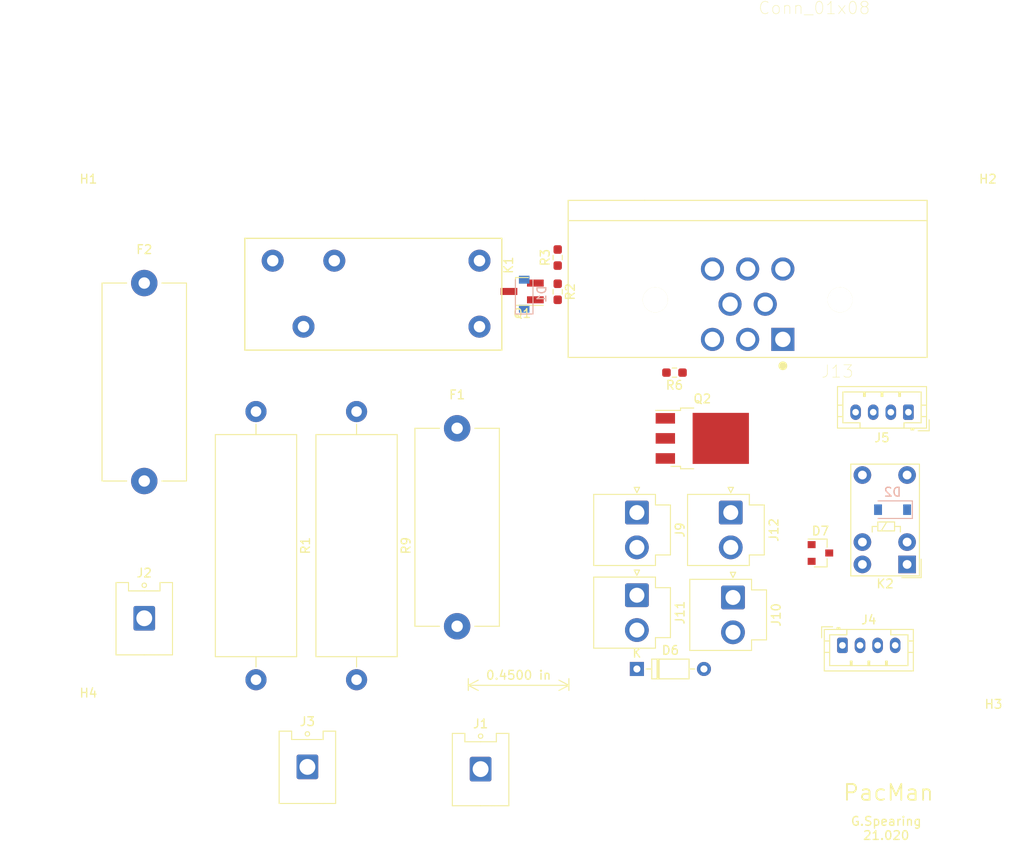
<source format=kicad_pcb>
(kicad_pcb (version 20171130) (host pcbnew 5.1.5-52549c5~84~ubuntu18.04.1)

  (general
    (thickness 1.6)
    (drawings 5)
    (tracks 0)
    (zones 0)
    (modules 29)
    (nets 21)
  )

  (page A4)
  (layers
    (0 F.Cu signal)
    (31 B.Cu signal)
    (32 B.Adhes user)
    (33 F.Adhes user)
    (34 B.Paste user)
    (35 F.Paste user)
    (36 B.SilkS user)
    (37 F.SilkS user)
    (38 B.Mask user)
    (39 F.Mask user)
    (40 Dwgs.User user)
    (41 Cmts.User user)
    (42 Eco1.User user)
    (43 Eco2.User user)
    (44 Edge.Cuts user)
    (45 Margin user)
    (46 B.CrtYd user)
    (47 F.CrtYd user)
    (48 B.Fab user hide)
    (49 F.Fab user hide)
  )

  (setup
    (last_trace_width 0.25)
    (user_trace_width 0.254)
    (user_trace_width 0.3)
    (user_trace_width 0.6)
    (user_trace_width 1.2)
    (user_trace_width 2.4)
    (trace_clearance 0.2)
    (zone_clearance 0.36)
    (zone_45_only no)
    (trace_min 0.2)
    (via_size 0.8)
    (via_drill 0.4)
    (via_min_size 0.4)
    (via_min_drill 0.3)
    (uvia_size 0.3)
    (uvia_drill 0.1)
    (uvias_allowed no)
    (uvia_min_size 0.2)
    (uvia_min_drill 0.1)
    (edge_width 0.05)
    (segment_width 0.2)
    (pcb_text_width 0.3)
    (pcb_text_size 1.5 1.5)
    (mod_edge_width 0.12)
    (mod_text_size 1 1)
    (mod_text_width 0.15)
    (pad_size 1.524 1.524)
    (pad_drill 0.762)
    (pad_to_mask_clearance 0.05)
    (aux_axis_origin 0 0)
    (visible_elements FFFFFF7F)
    (pcbplotparams
      (layerselection 0x010fc_ffffffff)
      (usegerberextensions false)
      (usegerberattributes true)
      (usegerberadvancedattributes true)
      (creategerberjobfile true)
      (excludeedgelayer true)
      (linewidth 0.100000)
      (plotframeref false)
      (viasonmask false)
      (mode 1)
      (useauxorigin false)
      (hpglpennumber 1)
      (hpglpenspeed 20)
      (hpglpendiameter 15.000000)
      (psnegative false)
      (psa4output false)
      (plotreference true)
      (plotvalue true)
      (plotinvisibletext false)
      (padsonsilk false)
      (subtractmaskfromsilk false)
      (outputformat 1)
      (mirror false)
      (drillshape 1)
      (scaleselection 1)
      (outputdirectory ""))
  )

  (net 0 "")
  (net 1 "Net-(D1-Pad2)")
  (net 2 GND)
  (net 3 /pre/discharge/AIR_B+)
  (net 4 "Net-(F1-Pad1)")
  (net 5 "Net-(F2-Pad1)")
  (net 6 "Net-(K1-Pad5)")
  (net 7 /SHUTDOWN_IN)
  (net 8 /CONTACTOR)
  (net 9 /FAN_OUT)
  (net 10 +12V)
  (net 11 /PRECHARGE)
  (net 12 /CAN-)
  (net 13 /CAN+)
  (net 14 /FAN_CTRL)
  (net 15 "Net-(Q1-Pad1)")
  (net 16 /12_IN)
  (net 17 /pre/discharge/INT-)
  (net 18 /pre/discharge/BATT+)
  (net 19 /pre/discharge/INT+)
  (net 20 "Net-(K2-Pad1)")

  (net_class Default "This is the default net class."
    (clearance 0.2)
    (trace_width 0.25)
    (via_dia 0.8)
    (via_drill 0.4)
    (uvia_dia 0.3)
    (uvia_drill 0.1)
    (add_net +12V)
    (add_net /12_IN)
    (add_net /CAN+)
    (add_net /CAN-)
    (add_net /CONTACTOR)
    (add_net /FAN_CTRL)
    (add_net /FAN_OUT)
    (add_net /PRECHARGE)
    (add_net /SHUTDOWN_IN)
    (add_net /pre/discharge/AIR_B+)
    (add_net /pre/discharge/BATT+)
    (add_net /pre/discharge/INT+)
    (add_net /pre/discharge/INT-)
    (add_net GND)
    (add_net "Net-(D1-Pad2)")
    (add_net "Net-(F1-Pad1)")
    (add_net "Net-(F2-Pad1)")
    (add_net "Net-(K1-Pad5)")
    (add_net "Net-(K2-Pad1)")
    (add_net "Net-(Q1-Pad1)")
  )

  (module Package_TO_SOT_SMD:TO-252-3_TabPin2 (layer F.Cu) (tedit 5A70F30B) (tstamp 602FADB1)
    (at 120.575 101.475)
    (descr "TO-252 / DPAK SMD package, http://www.infineon.com/cms/en/product/packages/PG-TO252/PG-TO252-3-1/")
    (tags "DPAK TO-252 DPAK-3 TO-252-3 SOT-428")
    (path /603D783A)
    (attr smd)
    (fp_text reference Q2 (at 0 -4.5) (layer F.SilkS)
      (effects (font (size 1 1) (thickness 0.15)))
    )
    (fp_text value Q_NMOS_GDS (at 0 4.5) (layer F.Fab)
      (effects (font (size 1 1) (thickness 0.15)))
    )
    (fp_text user %R (at 0 0) (layer F.Fab)
      (effects (font (size 1 1) (thickness 0.15)))
    )
    (fp_line (start 5.55 -3.5) (end -5.55 -3.5) (layer F.CrtYd) (width 0.05))
    (fp_line (start 5.55 3.5) (end 5.55 -3.5) (layer F.CrtYd) (width 0.05))
    (fp_line (start -5.55 3.5) (end 5.55 3.5) (layer F.CrtYd) (width 0.05))
    (fp_line (start -5.55 -3.5) (end -5.55 3.5) (layer F.CrtYd) (width 0.05))
    (fp_line (start -2.47 3.18) (end -3.57 3.18) (layer F.SilkS) (width 0.12))
    (fp_line (start -2.47 3.45) (end -2.47 3.18) (layer F.SilkS) (width 0.12))
    (fp_line (start -0.97 3.45) (end -2.47 3.45) (layer F.SilkS) (width 0.12))
    (fp_line (start -2.47 -3.18) (end -5.3 -3.18) (layer F.SilkS) (width 0.12))
    (fp_line (start -2.47 -3.45) (end -2.47 -3.18) (layer F.SilkS) (width 0.12))
    (fp_line (start -0.97 -3.45) (end -2.47 -3.45) (layer F.SilkS) (width 0.12))
    (fp_line (start -4.97 2.655) (end -2.27 2.655) (layer F.Fab) (width 0.1))
    (fp_line (start -4.97 1.905) (end -4.97 2.655) (layer F.Fab) (width 0.1))
    (fp_line (start -2.27 1.905) (end -4.97 1.905) (layer F.Fab) (width 0.1))
    (fp_line (start -4.97 0.375) (end -2.27 0.375) (layer F.Fab) (width 0.1))
    (fp_line (start -4.97 -0.375) (end -4.97 0.375) (layer F.Fab) (width 0.1))
    (fp_line (start -2.27 -0.375) (end -4.97 -0.375) (layer F.Fab) (width 0.1))
    (fp_line (start -4.97 -1.905) (end -2.27 -1.905) (layer F.Fab) (width 0.1))
    (fp_line (start -4.97 -2.655) (end -4.97 -1.905) (layer F.Fab) (width 0.1))
    (fp_line (start -1.865 -2.655) (end -4.97 -2.655) (layer F.Fab) (width 0.1))
    (fp_line (start -1.27 -3.25) (end 3.95 -3.25) (layer F.Fab) (width 0.1))
    (fp_line (start -2.27 -2.25) (end -1.27 -3.25) (layer F.Fab) (width 0.1))
    (fp_line (start -2.27 3.25) (end -2.27 -2.25) (layer F.Fab) (width 0.1))
    (fp_line (start 3.95 3.25) (end -2.27 3.25) (layer F.Fab) (width 0.1))
    (fp_line (start 3.95 -3.25) (end 3.95 3.25) (layer F.Fab) (width 0.1))
    (fp_line (start 4.95 2.7) (end 3.95 2.7) (layer F.Fab) (width 0.1))
    (fp_line (start 4.95 -2.7) (end 4.95 2.7) (layer F.Fab) (width 0.1))
    (fp_line (start 3.95 -2.7) (end 4.95 -2.7) (layer F.Fab) (width 0.1))
    (pad "" smd rect (at 0.425 1.525) (size 3.05 2.75) (layers F.Paste))
    (pad "" smd rect (at 3.775 -1.525) (size 3.05 2.75) (layers F.Paste))
    (pad "" smd rect (at 0.425 -1.525) (size 3.05 2.75) (layers F.Paste))
    (pad "" smd rect (at 3.775 1.525) (size 3.05 2.75) (layers F.Paste))
    (pad 2 smd rect (at 2.1 0) (size 6.4 5.8) (layers F.Cu F.Mask)
      (net 9 /FAN_OUT))
    (pad 3 smd rect (at -4.2 2.28) (size 2.2 1.2) (layers F.Cu F.Paste F.Mask)
      (net 2 GND))
    (pad 2 smd rect (at -4.2 0) (size 2.2 1.2) (layers F.Cu F.Paste F.Mask)
      (net 9 /FAN_OUT))
    (pad 1 smd rect (at -4.2 -2.28) (size 2.2 1.2) (layers F.Cu F.Paste F.Mask)
      (net 14 /FAN_CTRL))
    (model ${KISYS3DMOD}/Package_TO_SOT_SMD.3dshapes/TO-252-3_TabPin2.wrl
      (at (xyz 0 0 0))
      (scale (xyz 1 1 1))
      (rotate (xyz 0 0 0))
    )
  )

  (module Connector_JST:JST_PH_B4B-PH-K_1x04_P2.00mm_Vertical (layer F.Cu) (tedit 5B7745C2) (tstamp 602F9CEF)
    (at 144 98.5 180)
    (descr "JST PH series connector, B4B-PH-K (http://www.jst-mfg.com/product/pdf/eng/ePH.pdf), generated with kicad-footprint-generator")
    (tags "connector JST PH side entry")
    (path /603CB967)
    (fp_text reference J5 (at 3 -2.9) (layer F.SilkS)
      (effects (font (size 1 1) (thickness 0.15)))
    )
    (fp_text value Conn_01x04 (at 3 4) (layer F.Fab)
      (effects (font (size 1 1) (thickness 0.15)))
    )
    (fp_text user %R (at 3 1.5) (layer F.Fab)
      (effects (font (size 1 1) (thickness 0.15)))
    )
    (fp_line (start 8.45 -2.2) (end -2.45 -2.2) (layer F.CrtYd) (width 0.05))
    (fp_line (start 8.45 3.3) (end 8.45 -2.2) (layer F.CrtYd) (width 0.05))
    (fp_line (start -2.45 3.3) (end 8.45 3.3) (layer F.CrtYd) (width 0.05))
    (fp_line (start -2.45 -2.2) (end -2.45 3.3) (layer F.CrtYd) (width 0.05))
    (fp_line (start 7.95 -1.7) (end -1.95 -1.7) (layer F.Fab) (width 0.1))
    (fp_line (start 7.95 2.8) (end 7.95 -1.7) (layer F.Fab) (width 0.1))
    (fp_line (start -1.95 2.8) (end 7.95 2.8) (layer F.Fab) (width 0.1))
    (fp_line (start -1.95 -1.7) (end -1.95 2.8) (layer F.Fab) (width 0.1))
    (fp_line (start -2.36 -2.11) (end -2.36 -0.86) (layer F.Fab) (width 0.1))
    (fp_line (start -1.11 -2.11) (end -2.36 -2.11) (layer F.Fab) (width 0.1))
    (fp_line (start -2.36 -2.11) (end -2.36 -0.86) (layer F.SilkS) (width 0.12))
    (fp_line (start -1.11 -2.11) (end -2.36 -2.11) (layer F.SilkS) (width 0.12))
    (fp_line (start 5 2.3) (end 5 1.8) (layer F.SilkS) (width 0.12))
    (fp_line (start 5.1 1.8) (end 5.1 2.3) (layer F.SilkS) (width 0.12))
    (fp_line (start 4.9 1.8) (end 5.1 1.8) (layer F.SilkS) (width 0.12))
    (fp_line (start 4.9 2.3) (end 4.9 1.8) (layer F.SilkS) (width 0.12))
    (fp_line (start 3 2.3) (end 3 1.8) (layer F.SilkS) (width 0.12))
    (fp_line (start 3.1 1.8) (end 3.1 2.3) (layer F.SilkS) (width 0.12))
    (fp_line (start 2.9 1.8) (end 3.1 1.8) (layer F.SilkS) (width 0.12))
    (fp_line (start 2.9 2.3) (end 2.9 1.8) (layer F.SilkS) (width 0.12))
    (fp_line (start 1 2.3) (end 1 1.8) (layer F.SilkS) (width 0.12))
    (fp_line (start 1.1 1.8) (end 1.1 2.3) (layer F.SilkS) (width 0.12))
    (fp_line (start 0.9 1.8) (end 1.1 1.8) (layer F.SilkS) (width 0.12))
    (fp_line (start 0.9 2.3) (end 0.9 1.8) (layer F.SilkS) (width 0.12))
    (fp_line (start 8.06 0.8) (end 7.45 0.8) (layer F.SilkS) (width 0.12))
    (fp_line (start 8.06 -0.5) (end 7.45 -0.5) (layer F.SilkS) (width 0.12))
    (fp_line (start -2.06 0.8) (end -1.45 0.8) (layer F.SilkS) (width 0.12))
    (fp_line (start -2.06 -0.5) (end -1.45 -0.5) (layer F.SilkS) (width 0.12))
    (fp_line (start 5.5 -1.2) (end 5.5 -1.81) (layer F.SilkS) (width 0.12))
    (fp_line (start 7.45 -1.2) (end 5.5 -1.2) (layer F.SilkS) (width 0.12))
    (fp_line (start 7.45 2.3) (end 7.45 -1.2) (layer F.SilkS) (width 0.12))
    (fp_line (start -1.45 2.3) (end 7.45 2.3) (layer F.SilkS) (width 0.12))
    (fp_line (start -1.45 -1.2) (end -1.45 2.3) (layer F.SilkS) (width 0.12))
    (fp_line (start 0.5 -1.2) (end -1.45 -1.2) (layer F.SilkS) (width 0.12))
    (fp_line (start 0.5 -1.81) (end 0.5 -1.2) (layer F.SilkS) (width 0.12))
    (fp_line (start -0.3 -1.91) (end -0.6 -1.91) (layer F.SilkS) (width 0.12))
    (fp_line (start -0.6 -2.01) (end -0.6 -1.81) (layer F.SilkS) (width 0.12))
    (fp_line (start -0.3 -2.01) (end -0.6 -2.01) (layer F.SilkS) (width 0.12))
    (fp_line (start -0.3 -1.81) (end -0.3 -2.01) (layer F.SilkS) (width 0.12))
    (fp_line (start 8.06 -1.81) (end -2.06 -1.81) (layer F.SilkS) (width 0.12))
    (fp_line (start 8.06 2.91) (end 8.06 -1.81) (layer F.SilkS) (width 0.12))
    (fp_line (start -2.06 2.91) (end 8.06 2.91) (layer F.SilkS) (width 0.12))
    (fp_line (start -2.06 -1.81) (end -2.06 2.91) (layer F.SilkS) (width 0.12))
    (pad 4 thru_hole oval (at 6 0 180) (size 1.2 1.75) (drill 0.75) (layers *.Cu *.Mask)
      (net 2 GND))
    (pad 3 thru_hole oval (at 4 0 180) (size 1.2 1.75) (drill 0.75) (layers *.Cu *.Mask)
      (net 10 +12V))
    (pad 2 thru_hole oval (at 2 0 180) (size 1.2 1.75) (drill 0.75) (layers *.Cu *.Mask)
      (net 12 /CAN-))
    (pad 1 thru_hole roundrect (at 0 0 180) (size 1.2 1.75) (drill 0.75) (layers *.Cu *.Mask) (roundrect_rratio 0.208333)
      (net 13 /CAN+))
    (model ${KISYS3DMOD}/Connector_JST.3dshapes/JST_PH_B4B-PH-K_1x04_P2.00mm_Vertical.wrl
      (at (xyz 0 0 0))
      (scale (xyz 1 1 1))
      (rotate (xyz 0 0 0))
    )
  )

  (module AERO_CUSTOM:G2RL (layer F.Cu) (tedit 5DD0CD17) (tstamp 6008818D)
    (at 82.55 85.09 180)
    (path /5FA4E758/5FA581F7)
    (fp_text reference K1 (at -16.002 3.302 90) (layer F.SilkS)
      (effects (font (size 1 1) (thickness 0.15)))
    )
    (fp_text value G2RL (at -1.27 -3.81) (layer F.Fab)
      (effects (font (size 1 1) (thickness 0.15)))
    )
    (fp_line (start -15.24 6.35) (end -15.24 -6.35) (layer F.SilkS) (width 0.15))
    (fp_line (start 13.97 6.35) (end -15.24 6.35) (layer F.SilkS) (width 0.15))
    (fp_line (start 13.97 -6.35) (end 13.97 6.35) (layer F.SilkS) (width 0.15))
    (fp_line (start -15.24 -6.35) (end 13.97 -6.35) (layer F.SilkS) (width 0.15))
    (pad 1 thru_hole circle (at 3.8 3.81 180) (size 2.5 2.5) (drill 1.3) (layers *.Cu *.Mask)
      (net 4 "Net-(F1-Pad1)"))
    (pad 5 thru_hole circle (at 7.3 -3.69 180) (size 2.5 2.5) (drill 1.3) (layers *.Cu *.Mask)
      (net 6 "Net-(K1-Pad5)"))
    (pad 10 thru_hole circle (at 10.8 3.81 180) (size 2.5 2.5) (drill 1.3) (layers *.Cu *.Mask)
      (net 5 "Net-(F2-Pad1)"))
    (pad 2 thru_hole circle (at -12.7 -3.69 180) (size 2.5 2.5) (drill 1.3) (layers *.Cu *.Mask)
      (net 7 /SHUTDOWN_IN))
    (pad 9 thru_hole circle (at -12.7 3.81 180) (size 2.5 2.5) (drill 1.3) (layers *.Cu *.Mask)
      (net 1 "Net-(D1-Pad2)"))
    (model ${AERO_3D}/G2RL.STEP
      (offset (xyz -0.635 0 0))
      (scale (xyz 1 1 1))
      (rotate (xyz -90 0 0))
    )
  )

  (module Resistor_THT:R_Axial_Power_L25.0mm_W9.0mm_P30.48mm (layer F.Cu) (tedit 5AE5139B) (tstamp 600958FE)
    (at 81.28 98.425 270)
    (descr "Resistor, Axial_Power series, Box, pin pitch=30.48mm, 7W, length*width*height=25*9*9mm^3, http://cdn-reichelt.de/documents/datenblatt/B400/5WAXIAL_9WAXIAL_11WAXIAL_17WAXIAL%23YAG.pdf")
    (tags "Resistor Axial_Power series Box pin pitch 30.48mm 7W length 25mm width 9mm height 9mm")
    (path /5FA4E758/60109A97)
    (fp_text reference R9 (at 15.24 -5.62 90) (layer F.SilkS)
      (effects (font (size 1 1) (thickness 0.15)))
    )
    (fp_text value R (at 15.24 5.62 90) (layer F.Fab)
      (effects (font (size 1 1) (thickness 0.15)))
    )
    (fp_text user %R (at 15.24 0 90) (layer F.Fab)
      (effects (font (size 1 1) (thickness 0.15)))
    )
    (fp_line (start 2.74 -4.5) (end 2.74 4.5) (layer F.Fab) (width 0.1))
    (fp_line (start 2.74 4.5) (end 27.74 4.5) (layer F.Fab) (width 0.1))
    (fp_line (start 27.74 4.5) (end 27.74 -4.5) (layer F.Fab) (width 0.1))
    (fp_line (start 27.74 -4.5) (end 2.74 -4.5) (layer F.Fab) (width 0.1))
    (fp_line (start 0 0) (end 2.74 0) (layer F.Fab) (width 0.1))
    (fp_line (start 30.48 0) (end 27.74 0) (layer F.Fab) (width 0.1))
    (fp_line (start 2.62 -4.62) (end 2.62 4.62) (layer F.SilkS) (width 0.12))
    (fp_line (start 2.62 4.62) (end 27.86 4.62) (layer F.SilkS) (width 0.12))
    (fp_line (start 27.86 4.62) (end 27.86 -4.62) (layer F.SilkS) (width 0.12))
    (fp_line (start 27.86 -4.62) (end 2.62 -4.62) (layer F.SilkS) (width 0.12))
    (fp_line (start 1.44 0) (end 2.62 0) (layer F.SilkS) (width 0.12))
    (fp_line (start 29.04 0) (end 27.86 0) (layer F.SilkS) (width 0.12))
    (fp_line (start -1.45 -4.75) (end -1.45 4.75) (layer F.CrtYd) (width 0.05))
    (fp_line (start -1.45 4.75) (end 31.94 4.75) (layer F.CrtYd) (width 0.05))
    (fp_line (start 31.94 4.75) (end 31.94 -4.75) (layer F.CrtYd) (width 0.05))
    (fp_line (start 31.94 -4.75) (end -1.45 -4.75) (layer F.CrtYd) (width 0.05))
    (pad 2 thru_hole oval (at 30.48 0 270) (size 2.4 2.4) (drill 1.2) (layers *.Cu *.Mask)
      (net 19 /pre/discharge/INT+))
    (pad 1 thru_hole circle (at 0 0 270) (size 2.4 2.4) (drill 1.2) (layers *.Cu *.Mask)
      (net 6 "Net-(K1-Pad5)"))
    (model ${KISYS3DMOD}/Resistor_THT.3dshapes/R_Axial_Power_L25.0mm_W9.0mm_P30.48mm.wrl
      (at (xyz 0 0 0))
      (scale (xyz 1 1 1))
      (rotate (xyz 0 0 0))
    )
  )

  (module Resistor_THT:R_Axial_Power_L25.0mm_W9.0mm_P30.48mm (layer F.Cu) (tedit 5AE5139B) (tstamp 600881D6)
    (at 69.85 98.425 270)
    (descr "Resistor, Axial_Power series, Box, pin pitch=30.48mm, 7W, length*width*height=25*9*9mm^3, http://cdn-reichelt.de/documents/datenblatt/B400/5WAXIAL_9WAXIAL_11WAXIAL_17WAXIAL%23YAG.pdf")
    (tags "Resistor Axial_Power series Box pin pitch 30.48mm 7W length 25mm width 9mm height 9mm")
    (path /5FA4E758/5FA581F1)
    (fp_text reference R1 (at 15.24 -5.62 90) (layer F.SilkS)
      (effects (font (size 1 1) (thickness 0.15)))
    )
    (fp_text value R (at 15.24 5.62 90) (layer F.Fab)
      (effects (font (size 1 1) (thickness 0.15)))
    )
    (fp_text user %R (at 15.24 0 90) (layer F.Fab)
      (effects (font (size 1 1) (thickness 0.15)))
    )
    (fp_line (start 2.74 -4.5) (end 2.74 4.5) (layer F.Fab) (width 0.1))
    (fp_line (start 2.74 4.5) (end 27.74 4.5) (layer F.Fab) (width 0.1))
    (fp_line (start 27.74 4.5) (end 27.74 -4.5) (layer F.Fab) (width 0.1))
    (fp_line (start 27.74 -4.5) (end 2.74 -4.5) (layer F.Fab) (width 0.1))
    (fp_line (start 0 0) (end 2.74 0) (layer F.Fab) (width 0.1))
    (fp_line (start 30.48 0) (end 27.74 0) (layer F.Fab) (width 0.1))
    (fp_line (start 2.62 -4.62) (end 2.62 4.62) (layer F.SilkS) (width 0.12))
    (fp_line (start 2.62 4.62) (end 27.86 4.62) (layer F.SilkS) (width 0.12))
    (fp_line (start 27.86 4.62) (end 27.86 -4.62) (layer F.SilkS) (width 0.12))
    (fp_line (start 27.86 -4.62) (end 2.62 -4.62) (layer F.SilkS) (width 0.12))
    (fp_line (start 1.44 0) (end 2.62 0) (layer F.SilkS) (width 0.12))
    (fp_line (start 29.04 0) (end 27.86 0) (layer F.SilkS) (width 0.12))
    (fp_line (start -1.45 -4.75) (end -1.45 4.75) (layer F.CrtYd) (width 0.05))
    (fp_line (start -1.45 4.75) (end 31.94 4.75) (layer F.CrtYd) (width 0.05))
    (fp_line (start 31.94 4.75) (end 31.94 -4.75) (layer F.CrtYd) (width 0.05))
    (fp_line (start 31.94 -4.75) (end -1.45 -4.75) (layer F.CrtYd) (width 0.05))
    (pad 2 thru_hole oval (at 30.48 0 270) (size 2.4 2.4) (drill 1.2) (layers *.Cu *.Mask)
      (net 19 /pre/discharge/INT+))
    (pad 1 thru_hole circle (at 0 0 270) (size 2.4 2.4) (drill 1.2) (layers *.Cu *.Mask)
      (net 6 "Net-(K1-Pad5)"))
    (model ${KISYS3DMOD}/Resistor_THT.3dshapes/R_Axial_Power_L25.0mm_W9.0mm_P30.48mm.wrl
      (at (xyz 0 0 0))
      (scale (xyz 1 1 1))
      (rotate (xyz 0 0 0))
    )
  )

  (module AERO_CUSTOM:TE_1-776280-1_8pin_Horizontal (layer F.Cu) (tedit 5CA514DC) (tstamp 6009C887)
    (at 125.73 85.725 180)
    (path /600CA0BB)
    (fp_text reference J13 (at -10.1999 -8.14372 180) (layer F.SilkS)
      (effects (font (size 1.40081 1.40081) (thickness 0.05)))
    )
    (fp_text value Conn_01x08 (at -7.56757 33.1663 180) (layer F.SilkS)
      (effects (font (size 1.40234 1.40234) (thickness 0.05)))
    )
    (fp_text user PCB~EDGE (at -4.00474 8.51007 180) (layer Edge.Cuts)
      (effects (font (size 1 1) (thickness 0.05)))
    )
    (fp_text user PCB~EDGE (at -4.0032 8.5068 180) (layer F.Fab)
      (effects (font (size 1 1) (thickness 0.05)))
    )
    (fp_circle (center -4 -7.5) (end -3.75 -7.5) (layer F.SilkS) (width 0.5))
    (fp_line (start -11.95 11.55) (end -11.95 31.6) (layer Eco1.User) (width 0.05))
    (fp_line (start -20.75 11.55) (end -11.95 11.55) (layer Eco1.User) (width 0.05))
    (fp_line (start -20.75 -6.8) (end -20.75 11.55) (layer Eco1.User) (width 0.05))
    (fp_line (start 20.75 -6.8) (end -20.75 -6.8) (layer Eco1.User) (width 0.05))
    (fp_line (start 20.75 11.55) (end 20.75 -6.8) (layer Eco1.User) (width 0.05))
    (fp_line (start 11.95 11.55) (end 20.75 11.55) (layer Eco1.User) (width 0.05))
    (fp_line (start 11.95 31.6) (end 11.95 11.55) (layer Eco1.User) (width 0.05))
    (fp_line (start -11.95 31.6) (end 11.95 31.6) (layer Eco1.User) (width 0.05))
    (fp_line (start 11.7 31.35) (end 11.7 11.3) (layer Eco2.User) (width 0.127))
    (fp_line (start -11.7 31.35) (end 11.7 31.35) (layer Eco2.User) (width 0.127))
    (fp_line (start -11.7 11.3) (end -11.7 31.35) (layer Eco2.User) (width 0.127))
    (fp_line (start 20.4 9) (end -20.4 9) (layer Eco2.User) (width 0.127))
    (fp_line (start -20.4 9) (end -20.4 -6.55) (layer Eco2.User) (width 0.127))
    (fp_line (start -20.4 11.3) (end -20.4 9) (layer Eco2.User) (width 0.127))
    (fp_line (start -11.7 11.3) (end -20.4 11.3) (layer Eco2.User) (width 0.127))
    (fp_line (start 11.7 11.3) (end -11.7 11.3) (layer Eco2.User) (width 0.127))
    (fp_line (start 20.4 11.3) (end 11.7 11.3) (layer Eco2.User) (width 0.127))
    (fp_line (start 20.4 9) (end 20.4 11.3) (layer Eco2.User) (width 0.127))
    (fp_line (start 20.4 -6.55) (end 20.4 9) (layer Eco2.User) (width 0.127))
    (fp_line (start -20.4 -6.55) (end 20.4 -6.55) (layer Eco2.User) (width 0.127))
    (fp_line (start 20.4 9) (end -20.4 9) (layer F.SilkS) (width 0.127))
    (fp_line (start -20.4 9) (end -20.4 -6.55) (layer F.SilkS) (width 0.127))
    (fp_line (start -20.4 11.3) (end -20.4 9) (layer F.SilkS) (width 0.127))
    (fp_line (start 11.7 11.3) (end -20.4 11.3) (layer F.SilkS) (width 0.127))
    (fp_line (start 20.4 11.3) (end 11.7 11.3) (layer F.SilkS) (width 0.127))
    (fp_line (start 20.4 9) (end 20.4 11.3) (layer F.SilkS) (width 0.127))
    (fp_line (start 20.4 -6.55) (end 20.4 9) (layer F.SilkS) (width 0.127))
    (fp_line (start -20.4 -6.55) (end 20.4 -6.55) (layer F.SilkS) (width 0.127))
    (pad 1 thru_hole rect (at -4 -4.5 180) (size 2.625 2.625) (drill 1.75) (layers *.Cu *.Mask)
      (net 13 /CAN+))
    (pad 2 thru_hole circle (at 0 -4.5 180) (size 2.625 2.625) (drill 1.75) (layers *.Cu *.Mask)
      (net 12 /CAN-))
    (pad 3 thru_hole circle (at 4 -4.5 180) (size 2.625 2.625) (drill 1.75) (layers *.Cu *.Mask)
      (net 14 /FAN_CTRL))
    (pad 4 thru_hole circle (at -2 -0.5 180) (size 2.625 2.625) (drill 1.75) (layers *.Cu *.Mask)
      (net 8 /CONTACTOR))
    (pad 5 thru_hole circle (at 2 -0.5 180) (size 2.625 2.625) (drill 1.75) (layers *.Cu *.Mask)
      (net 10 +12V))
    (pad 6 thru_hole circle (at -4 3.5 180) (size 2.625 2.625) (drill 1.75) (layers *.Cu *.Mask)
      (net 7 /SHUTDOWN_IN))
    (pad 7 thru_hole circle (at 0 3.5 180) (size 2.625 2.625) (drill 1.75) (layers *.Cu *.Mask)
      (net 2 GND))
    (pad 8 thru_hole circle (at 4 3.5 180) (size 2.625 2.625) (drill 1.75) (layers *.Cu *.Mask)
      (net 11 /PRECHARGE))
    (pad Hole np_thru_hole circle (at -10.5 0 180) (size 2.85 2.85) (drill 2.85) (layers *.Cu *.Mask F.SilkS))
    (pad Hole np_thru_hole circle (at 10.5 0 180) (size 2.85 2.85) (drill 2.85) (layers *.Cu *.Mask F.SilkS))
    (model ${AERO_3D}/c-1-776280-1-h-3d.stp
      (offset (xyz 0 -31.24199953079223 11.42999982833862))
      (scale (xyz 1 1 1))
      (rotate (xyz -90 0 0))
    )
  )

  (module Package_TO_SOT_SMD:SOT-23_Handsoldering (layer F.Cu) (tedit 5A0AB76C) (tstamp 6008ABF2)
    (at 100.1 84.775 180)
    (descr "SOT-23, Handsoldering")
    (tags SOT-23)
    (path /5FA4E758/5FA7B6ED)
    (attr smd)
    (fp_text reference Q1 (at 0 -2.5) (layer F.SilkS)
      (effects (font (size 1 1) (thickness 0.15)))
    )
    (fp_text value MMBT2222A (at 0 2.5) (layer F.Fab)
      (effects (font (size 1 1) (thickness 0.15)))
    )
    (fp_text user %R (at 0 0 90) (layer F.Fab)
      (effects (font (size 0.5 0.5) (thickness 0.075)))
    )
    (fp_line (start 0.76 1.58) (end 0.76 0.65) (layer F.SilkS) (width 0.12))
    (fp_line (start 0.76 -1.58) (end 0.76 -0.65) (layer F.SilkS) (width 0.12))
    (fp_line (start -2.7 -1.75) (end 2.7 -1.75) (layer F.CrtYd) (width 0.05))
    (fp_line (start 2.7 -1.75) (end 2.7 1.75) (layer F.CrtYd) (width 0.05))
    (fp_line (start 2.7 1.75) (end -2.7 1.75) (layer F.CrtYd) (width 0.05))
    (fp_line (start -2.7 1.75) (end -2.7 -1.75) (layer F.CrtYd) (width 0.05))
    (fp_line (start 0.76 -1.58) (end -2.4 -1.58) (layer F.SilkS) (width 0.12))
    (fp_line (start -0.7 -0.95) (end -0.7 1.5) (layer F.Fab) (width 0.1))
    (fp_line (start -0.15 -1.52) (end 0.7 -1.52) (layer F.Fab) (width 0.1))
    (fp_line (start -0.7 -0.95) (end -0.15 -1.52) (layer F.Fab) (width 0.1))
    (fp_line (start 0.7 -1.52) (end 0.7 1.52) (layer F.Fab) (width 0.1))
    (fp_line (start -0.7 1.52) (end 0.7 1.52) (layer F.Fab) (width 0.1))
    (fp_line (start 0.76 1.58) (end -0.7 1.58) (layer F.SilkS) (width 0.12))
    (pad 3 smd rect (at 1.5 0 180) (size 1.9 0.8) (layers F.Cu F.Paste F.Mask)
      (net 1 "Net-(D1-Pad2)"))
    (pad 2 smd rect (at -1.5 0.95 180) (size 1.9 0.8) (layers F.Cu F.Paste F.Mask)
      (net 2 GND))
    (pad 1 smd rect (at -1.5 -0.95 180) (size 1.9 0.8) (layers F.Cu F.Paste F.Mask)
      (net 15 "Net-(Q1-Pad1)"))
    (model ${KISYS3DMOD}/Package_TO_SOT_SMD.3dshapes/SOT-23.wrl
      (at (xyz 0 0 0))
      (scale (xyz 1 1 1))
      (rotate (xyz 0 0 0))
    )
  )

  (module Resistor_SMD:R_0603_1608Metric_Pad0.98x0.95mm_HandSolder (layer F.Cu) (tedit 5F68FEEE) (tstamp 6009CAD8)
    (at 117.4125 94 180)
    (descr "Resistor SMD 0603 (1608 Metric), square (rectangular) end terminal, IPC_7351 nominal with elongated pad for handsoldering. (Body size source: IPC-SM-782 page 72, https://www.pcb-3d.com/wordpress/wp-content/uploads/ipc-sm-782a_amendment_1_and_2.pdf), generated with kicad-footprint-generator")
    (tags "resistor handsolder")
    (path /6010A9B8)
    (attr smd)
    (fp_text reference R6 (at 0 -1.43 180) (layer F.SilkS)
      (effects (font (size 1 1) (thickness 0.15)))
    )
    (fp_text value 10k (at 0 1.43 180) (layer F.Fab)
      (effects (font (size 1 1) (thickness 0.15)))
    )
    (fp_line (start 1.65 0.73) (end -1.65 0.73) (layer F.CrtYd) (width 0.05))
    (fp_line (start 1.65 -0.73) (end 1.65 0.73) (layer F.CrtYd) (width 0.05))
    (fp_line (start -1.65 -0.73) (end 1.65 -0.73) (layer F.CrtYd) (width 0.05))
    (fp_line (start -1.65 0.73) (end -1.65 -0.73) (layer F.CrtYd) (width 0.05))
    (fp_line (start -0.254724 0.5225) (end 0.254724 0.5225) (layer F.SilkS) (width 0.12))
    (fp_line (start -0.254724 -0.5225) (end 0.254724 -0.5225) (layer F.SilkS) (width 0.12))
    (fp_line (start 0.8 0.4125) (end -0.8 0.4125) (layer F.Fab) (width 0.1))
    (fp_line (start 0.8 -0.4125) (end 0.8 0.4125) (layer F.Fab) (width 0.1))
    (fp_line (start -0.8 -0.4125) (end 0.8 -0.4125) (layer F.Fab) (width 0.1))
    (fp_line (start -0.8 0.4125) (end -0.8 -0.4125) (layer F.Fab) (width 0.1))
    (fp_text user %R (at 0 0 180) (layer F.Fab)
      (effects (font (size 0.4 0.4) (thickness 0.06)))
    )
    (pad 2 smd roundrect (at 0.9125 0 180) (size 0.975 0.95) (layers F.Cu F.Paste F.Mask) (roundrect_rratio 0.25)
      (net 2 GND))
    (pad 1 smd roundrect (at -0.9125 0 180) (size 0.975 0.95) (layers F.Cu F.Paste F.Mask) (roundrect_rratio 0.25)
      (net 14 /FAN_CTRL))
    (model ${KISYS3DMOD}/Resistor_SMD.3dshapes/R_0603_1608Metric.wrl
      (at (xyz 0 0 0))
      (scale (xyz 1 1 1))
      (rotate (xyz 0 0 0))
    )
  )

  (module Resistor_SMD:R_0603_1608Metric_Pad0.98x0.95mm_HandSolder (layer F.Cu) (tedit 5F68FEEE) (tstamp 6009C93D)
    (at 104.14 80.9225 90)
    (descr "Resistor SMD 0603 (1608 Metric), square (rectangular) end terminal, IPC_7351 nominal with elongated pad for handsoldering. (Body size source: IPC-SM-782 page 72, https://www.pcb-3d.com/wordpress/wp-content/uploads/ipc-sm-782a_amendment_1_and_2.pdf), generated with kicad-footprint-generator")
    (tags "resistor handsolder")
    (path /5FA4E758/5FA7C7E5)
    (attr smd)
    (fp_text reference R3 (at 0 -1.43 90) (layer F.SilkS)
      (effects (font (size 1 1) (thickness 0.15)))
    )
    (fp_text value R (at 0 1.43 90) (layer F.Fab)
      (effects (font (size 1 1) (thickness 0.15)))
    )
    (fp_line (start 1.65 0.73) (end -1.65 0.73) (layer F.CrtYd) (width 0.05))
    (fp_line (start 1.65 -0.73) (end 1.65 0.73) (layer F.CrtYd) (width 0.05))
    (fp_line (start -1.65 -0.73) (end 1.65 -0.73) (layer F.CrtYd) (width 0.05))
    (fp_line (start -1.65 0.73) (end -1.65 -0.73) (layer F.CrtYd) (width 0.05))
    (fp_line (start -0.254724 0.5225) (end 0.254724 0.5225) (layer F.SilkS) (width 0.12))
    (fp_line (start -0.254724 -0.5225) (end 0.254724 -0.5225) (layer F.SilkS) (width 0.12))
    (fp_line (start 0.8 0.4125) (end -0.8 0.4125) (layer F.Fab) (width 0.1))
    (fp_line (start 0.8 -0.4125) (end 0.8 0.4125) (layer F.Fab) (width 0.1))
    (fp_line (start -0.8 -0.4125) (end 0.8 -0.4125) (layer F.Fab) (width 0.1))
    (fp_line (start -0.8 0.4125) (end -0.8 -0.4125) (layer F.Fab) (width 0.1))
    (fp_text user %R (at 0 0 90) (layer F.Fab)
      (effects (font (size 0.4 0.4) (thickness 0.06)))
    )
    (pad 2 smd roundrect (at 0.9125 0 90) (size 0.975 0.95) (layers F.Cu F.Paste F.Mask) (roundrect_rratio 0.25)
      (net 2 GND))
    (pad 1 smd roundrect (at -0.9125 0 90) (size 0.975 0.95) (layers F.Cu F.Paste F.Mask) (roundrect_rratio 0.25)
      (net 11 /PRECHARGE))
    (model ${KISYS3DMOD}/Resistor_SMD.3dshapes/R_0603_1608Metric.wrl
      (at (xyz 0 0 0))
      (scale (xyz 1 1 1))
      (rotate (xyz 0 0 0))
    )
  )

  (module Resistor_SMD:R_0603_1608Metric_Pad0.98x0.95mm_HandSolder (layer F.Cu) (tedit 5F68FEEE) (tstamp 6009C83B)
    (at 104.14 84.8125 270)
    (descr "Resistor SMD 0603 (1608 Metric), square (rectangular) end terminal, IPC_7351 nominal with elongated pad for handsoldering. (Body size source: IPC-SM-782 page 72, https://www.pcb-3d.com/wordpress/wp-content/uploads/ipc-sm-782a_amendment_1_and_2.pdf), generated with kicad-footprint-generator")
    (tags "resistor handsolder")
    (path /5FA4E758/5FA7C35B)
    (attr smd)
    (fp_text reference R2 (at 0 -1.43 90) (layer F.SilkS)
      (effects (font (size 1 1) (thickness 0.15)))
    )
    (fp_text value R (at 0 1.43 90) (layer F.Fab)
      (effects (font (size 1 1) (thickness 0.15)))
    )
    (fp_line (start 1.65 0.73) (end -1.65 0.73) (layer F.CrtYd) (width 0.05))
    (fp_line (start 1.65 -0.73) (end 1.65 0.73) (layer F.CrtYd) (width 0.05))
    (fp_line (start -1.65 -0.73) (end 1.65 -0.73) (layer F.CrtYd) (width 0.05))
    (fp_line (start -1.65 0.73) (end -1.65 -0.73) (layer F.CrtYd) (width 0.05))
    (fp_line (start -0.254724 0.5225) (end 0.254724 0.5225) (layer F.SilkS) (width 0.12))
    (fp_line (start -0.254724 -0.5225) (end 0.254724 -0.5225) (layer F.SilkS) (width 0.12))
    (fp_line (start 0.8 0.4125) (end -0.8 0.4125) (layer F.Fab) (width 0.1))
    (fp_line (start 0.8 -0.4125) (end 0.8 0.4125) (layer F.Fab) (width 0.1))
    (fp_line (start -0.8 -0.4125) (end 0.8 -0.4125) (layer F.Fab) (width 0.1))
    (fp_line (start -0.8 0.4125) (end -0.8 -0.4125) (layer F.Fab) (width 0.1))
    (fp_text user %R (at 0 0 90) (layer F.Fab)
      (effects (font (size 0.4 0.4) (thickness 0.06)))
    )
    (pad 2 smd roundrect (at 0.9125 0 270) (size 0.975 0.95) (layers F.Cu F.Paste F.Mask) (roundrect_rratio 0.25)
      (net 15 "Net-(Q1-Pad1)"))
    (pad 1 smd roundrect (at -0.9125 0 270) (size 0.975 0.95) (layers F.Cu F.Paste F.Mask) (roundrect_rratio 0.25)
      (net 11 /PRECHARGE))
    (model ${KISYS3DMOD}/Resistor_SMD.3dshapes/R_0603_1608Metric.wrl
      (at (xyz 0 0 0))
      (scale (xyz 1 1 1))
      (rotate (xyz 0 0 0))
    )
  )

  (module Relay_THT:Relay_SPDT_Omron_G5V-1 (layer F.Cu) (tedit 5A57D9C3) (tstamp 6009C9B5)
    (at 143.851 115.801 180)
    (descr "Relay Omron G5V-1, see http://omronfs.omron.com/en_US/ecb/products/pdf/en-g5v_1.pdf")
    (tags "Relay Omron G5V-1")
    (path /5FA4E758/5FA58209)
    (fp_text reference K2 (at 2.5 -2.2) (layer F.SilkS)
      (effects (font (size 1 1) (thickness 0.15)))
    )
    (fp_text value G5V-1 (at 2.5 12.5) (layer F.Fab)
      (effects (font (size 1 1) (thickness 0.15)))
    )
    (fp_line (start 6.45 11.45) (end -1.45 11.45) (layer F.CrtYd) (width 0.05))
    (fp_line (start 6.45 11.45) (end 6.45 -1.35) (layer F.CrtYd) (width 0.05))
    (fp_line (start -1.45 -1.35) (end -1.45 11.45) (layer F.CrtYd) (width 0.05))
    (fp_line (start -1.45 -1.35) (end 6.45 -1.35) (layer F.CrtYd) (width 0.05))
    (fp_line (start 3.327 3.81) (end 3.327 4.826) (layer F.SilkS) (width 0.12))
    (fp_line (start 1.422 4.826) (end 3.327 4.826) (layer F.SilkS) (width 0.12))
    (fp_line (start 1.422 3.81) (end 1.422 4.826) (layer F.SilkS) (width 0.12))
    (fp_line (start 3.327 3.81) (end 1.422 3.81) (layer F.SilkS) (width 0.12))
    (fp_line (start 3.962 4.318) (end 3.327 4.318) (layer F.SilkS) (width 0.12))
    (fp_line (start 3.962 3.683) (end 3.962 4.318) (layer F.SilkS) (width 0.12))
    (fp_line (start 0.762 4.318) (end 1.422 4.318) (layer F.SilkS) (width 0.12))
    (fp_line (start 0.762 3.683) (end 0.762 4.318) (layer F.SilkS) (width 0.12))
    (fp_line (start 2.946 3.81) (end 2.311 4.826) (layer F.SilkS) (width 0.12))
    (fp_line (start -0.1 -1.1) (end 6.2 -1.1) (layer F.Fab) (width 0.12))
    (fp_line (start 6.2 -1.1) (end 6.2 11.2) (layer F.Fab) (width 0.12))
    (fp_line (start 6.2 11.2) (end -1.2 11.2) (layer F.Fab) (width 0.12))
    (fp_line (start -1.2 11.2) (end -1.2 -0.1) (layer F.Fab) (width 0.12))
    (fp_line (start -1.2 -0.1) (end -0.1 -1.1) (layer F.Fab) (width 0.12))
    (fp_line (start -1.4 -1.3) (end 6.4 -1.3) (layer F.SilkS) (width 0.12))
    (fp_line (start 6.4 -1.3) (end 6.4 11.4) (layer F.SilkS) (width 0.12))
    (fp_line (start 6.4 11.4) (end -1.4 11.4) (layer F.SilkS) (width 0.12))
    (fp_line (start -1.4 11.4) (end -1.4 -1.3) (layer F.SilkS) (width 0.12))
    (fp_line (start -1.6 0.6) (end -1.6 -1.5) (layer F.SilkS) (width 0.12))
    (fp_line (start -1.6 -1.5) (end 0.6 -1.5) (layer F.SilkS) (width 0.12))
    (fp_text user %R (at 2.54 6.35) (layer F.Fab)
      (effects (font (size 1 1) (thickness 0.15)))
    )
    (pad 5 thru_hole circle (at 0 10.16 180) (size 2 2) (drill 1) (layers *.Cu *.Mask)
      (net 3 /pre/discharge/AIR_B+))
    (pad 6 thru_hole circle (at 5.08 10.16 180) (size 2 2) (drill 1) (layers *.Cu *.Mask)
      (net 3 /pre/discharge/AIR_B+))
    (pad 2 thru_hole circle (at 0 2.54 180) (size 2 2) (drill 1) (layers *.Cu *.Mask)
      (net 8 /CONTACTOR))
    (pad 1 thru_hole rect (at 0 0 180) (size 2 2) (drill 1) (layers *.Cu *.Mask)
      (net 20 "Net-(K2-Pad1)"))
    (pad 9 thru_hole circle (at 5.08 2.54 180) (size 2 2) (drill 1) (layers *.Cu *.Mask)
      (net 2 GND))
    (pad 10 thru_hole circle (at 5.08 0 180) (size 2 2) (drill 1) (layers *.Cu *.Mask)
      (net 7 /SHUTDOWN_IN))
    (model ${KISYS3DMOD}/Relay_THT.3dshapes/Relay_SPDT_Omron_G5V-1.wrl
      (at (xyz 0 0 0))
      (scale (xyz 1 1 1))
      (rotate (xyz 0 0 0))
    )
  )

  (module Connector_JST:JST_VH_B2P-VH-B_1x02_P3.96mm_Vertical (layer F.Cu) (tedit 5D12549B) (tstamp 6009C7EF)
    (at 123.809 109.903 270)
    (descr "JST VH PBT series connector, B2P-VH-B (http://www.jst-mfg.com/product/pdf/eng/eVH.pdf), generated with kicad-footprint-generator")
    (tags "connector JST VH vertical")
    (path /60120BCF)
    (fp_text reference J12 (at 1.98 -4.9 90) (layer F.SilkS)
      (effects (font (size 1 1) (thickness 0.15)))
    )
    (fp_text value Conn_01x02 (at 1.98 6 90) (layer F.Fab)
      (effects (font (size 1 1) (thickness 0.15)))
    )
    (fp_line (start -2.86 -0.3) (end -2.26 0) (layer F.SilkS) (width 0.12))
    (fp_line (start -2.86 0.3) (end -2.86 -0.3) (layer F.SilkS) (width 0.12))
    (fp_line (start -2.26 0) (end -2.86 0.3) (layer F.SilkS) (width 0.12))
    (fp_line (start 6.02 4.91) (end -2.06 4.91) (layer F.SilkS) (width 0.12))
    (fp_line (start 6.02 -2.11) (end 6.02 4.91) (layer F.SilkS) (width 0.12))
    (fp_line (start 4.82 -2.11) (end 6.02 -2.11) (layer F.SilkS) (width 0.12))
    (fp_line (start 4.82 -3.81) (end 4.82 -2.11) (layer F.SilkS) (width 0.12))
    (fp_line (start -0.86 -3.81) (end 4.82 -3.81) (layer F.SilkS) (width 0.12))
    (fp_line (start -0.86 -2.11) (end -0.86 -3.81) (layer F.SilkS) (width 0.12))
    (fp_line (start -2.06 -2.11) (end -0.86 -2.11) (layer F.SilkS) (width 0.12))
    (fp_line (start -2.06 4.91) (end -2.06 -2.11) (layer F.SilkS) (width 0.12))
    (fp_line (start 6.41 -4.2) (end -2.45 -4.2) (layer F.CrtYd) (width 0.05))
    (fp_line (start 6.41 5.3) (end 6.41 -4.2) (layer F.CrtYd) (width 0.05))
    (fp_line (start -2.45 5.3) (end 6.41 5.3) (layer F.CrtYd) (width 0.05))
    (fp_line (start -2.45 -4.2) (end -2.45 5.3) (layer F.CrtYd) (width 0.05))
    (fp_line (start -1.95 1) (end -0.95 0) (layer F.Fab) (width 0.1))
    (fp_line (start -1.95 -1) (end -0.95 0) (layer F.Fab) (width 0.1))
    (fp_line (start 4.71 -3.7) (end 4.71 -2) (layer F.Fab) (width 0.1))
    (fp_line (start -0.75 -3.7) (end 4.71 -3.7) (layer F.Fab) (width 0.1))
    (fp_line (start -0.75 -2) (end -0.75 -3.7) (layer F.Fab) (width 0.1))
    (fp_line (start 5.91 -2) (end -1.95 -2) (layer F.Fab) (width 0.1))
    (fp_line (start 5.91 4.8) (end 5.91 -2) (layer F.Fab) (width 0.1))
    (fp_line (start -1.95 4.8) (end 5.91 4.8) (layer F.Fab) (width 0.1))
    (fp_line (start -1.95 -2) (end -1.95 4.8) (layer F.Fab) (width 0.1))
    (fp_text user %R (at 1.98 4.1 90) (layer F.Fab)
      (effects (font (size 1 1) (thickness 0.15)))
    )
    (pad 2 thru_hole circle (at 3.96 0 270) (size 2.7 2.7) (drill 1.7) (layers *.Cu *.Mask)
      (net 9 /FAN_OUT))
    (pad 1 thru_hole roundrect (at 0 0 270) (size 2.7 2.7) (drill 1.7) (layers *.Cu *.Mask) (roundrect_rratio 0.09259299999999999)
      (net 16 /12_IN))
    (model ${KISYS3DMOD}/Connector_JST.3dshapes/JST_VH_B2P-VH-B_1x02_P3.96mm_Vertical.wrl
      (at (xyz 0 0 0))
      (scale (xyz 1 1 1))
      (rotate (xyz 0 0 0))
    )
  )

  (module Connector_JST:JST_VH_B2P-VH-B_1x02_P3.96mm_Vertical (layer F.Cu) (tedit 5D12549B) (tstamp 6009C627)
    (at 113.141 119.301 270)
    (descr "JST VH PBT series connector, B2P-VH-B (http://www.jst-mfg.com/product/pdf/eng/eVH.pdf), generated with kicad-footprint-generator")
    (tags "connector JST VH vertical")
    (path /6011DEAF)
    (fp_text reference J11 (at 1.98 -4.9 90) (layer F.SilkS)
      (effects (font (size 1 1) (thickness 0.15)))
    )
    (fp_text value Conn_01x02 (at 1.98 6 90) (layer F.Fab)
      (effects (font (size 1 1) (thickness 0.15)))
    )
    (fp_line (start -2.86 -0.3) (end -2.26 0) (layer F.SilkS) (width 0.12))
    (fp_line (start -2.86 0.3) (end -2.86 -0.3) (layer F.SilkS) (width 0.12))
    (fp_line (start -2.26 0) (end -2.86 0.3) (layer F.SilkS) (width 0.12))
    (fp_line (start 6.02 4.91) (end -2.06 4.91) (layer F.SilkS) (width 0.12))
    (fp_line (start 6.02 -2.11) (end 6.02 4.91) (layer F.SilkS) (width 0.12))
    (fp_line (start 4.82 -2.11) (end 6.02 -2.11) (layer F.SilkS) (width 0.12))
    (fp_line (start 4.82 -3.81) (end 4.82 -2.11) (layer F.SilkS) (width 0.12))
    (fp_line (start -0.86 -3.81) (end 4.82 -3.81) (layer F.SilkS) (width 0.12))
    (fp_line (start -0.86 -2.11) (end -0.86 -3.81) (layer F.SilkS) (width 0.12))
    (fp_line (start -2.06 -2.11) (end -0.86 -2.11) (layer F.SilkS) (width 0.12))
    (fp_line (start -2.06 4.91) (end -2.06 -2.11) (layer F.SilkS) (width 0.12))
    (fp_line (start 6.41 -4.2) (end -2.45 -4.2) (layer F.CrtYd) (width 0.05))
    (fp_line (start 6.41 5.3) (end 6.41 -4.2) (layer F.CrtYd) (width 0.05))
    (fp_line (start -2.45 5.3) (end 6.41 5.3) (layer F.CrtYd) (width 0.05))
    (fp_line (start -2.45 -4.2) (end -2.45 5.3) (layer F.CrtYd) (width 0.05))
    (fp_line (start -1.95 1) (end -0.95 0) (layer F.Fab) (width 0.1))
    (fp_line (start -1.95 -1) (end -0.95 0) (layer F.Fab) (width 0.1))
    (fp_line (start 4.71 -3.7) (end 4.71 -2) (layer F.Fab) (width 0.1))
    (fp_line (start -0.75 -3.7) (end 4.71 -3.7) (layer F.Fab) (width 0.1))
    (fp_line (start -0.75 -2) (end -0.75 -3.7) (layer F.Fab) (width 0.1))
    (fp_line (start 5.91 -2) (end -1.95 -2) (layer F.Fab) (width 0.1))
    (fp_line (start 5.91 4.8) (end 5.91 -2) (layer F.Fab) (width 0.1))
    (fp_line (start -1.95 4.8) (end 5.91 4.8) (layer F.Fab) (width 0.1))
    (fp_line (start -1.95 -2) (end -1.95 4.8) (layer F.Fab) (width 0.1))
    (fp_text user %R (at 1.98 4.1 90) (layer F.Fab)
      (effects (font (size 1 1) (thickness 0.15)))
    )
    (pad 2 thru_hole circle (at 3.96 0 270) (size 2.7 2.7) (drill 1.7) (layers *.Cu *.Mask)
      (net 9 /FAN_OUT))
    (pad 1 thru_hole roundrect (at 0 0 270) (size 2.7 2.7) (drill 1.7) (layers *.Cu *.Mask) (roundrect_rratio 0.09259299999999999)
      (net 16 /12_IN))
    (model ${KISYS3DMOD}/Connector_JST.3dshapes/JST_VH_B2P-VH-B_1x02_P3.96mm_Vertical.wrl
      (at (xyz 0 0 0))
      (scale (xyz 1 1 1))
      (rotate (xyz 0 0 0))
    )
  )

  (module Connector_JST:JST_VH_B2P-VH-B_1x02_P3.96mm_Vertical (layer F.Cu) (tedit 5D12549B) (tstamp 6009CB16)
    (at 124.063 119.555 270)
    (descr "JST VH PBT series connector, B2P-VH-B (http://www.jst-mfg.com/product/pdf/eng/eVH.pdf), generated with kicad-footprint-generator")
    (tags "connector JST VH vertical")
    (path /6011D899)
    (fp_text reference J10 (at 1.98 -4.9 90) (layer F.SilkS)
      (effects (font (size 1 1) (thickness 0.15)))
    )
    (fp_text value Conn_01x02 (at 1.98 6 90) (layer F.Fab)
      (effects (font (size 1 1) (thickness 0.15)))
    )
    (fp_line (start -2.86 -0.3) (end -2.26 0) (layer F.SilkS) (width 0.12))
    (fp_line (start -2.86 0.3) (end -2.86 -0.3) (layer F.SilkS) (width 0.12))
    (fp_line (start -2.26 0) (end -2.86 0.3) (layer F.SilkS) (width 0.12))
    (fp_line (start 6.02 4.91) (end -2.06 4.91) (layer F.SilkS) (width 0.12))
    (fp_line (start 6.02 -2.11) (end 6.02 4.91) (layer F.SilkS) (width 0.12))
    (fp_line (start 4.82 -2.11) (end 6.02 -2.11) (layer F.SilkS) (width 0.12))
    (fp_line (start 4.82 -3.81) (end 4.82 -2.11) (layer F.SilkS) (width 0.12))
    (fp_line (start -0.86 -3.81) (end 4.82 -3.81) (layer F.SilkS) (width 0.12))
    (fp_line (start -0.86 -2.11) (end -0.86 -3.81) (layer F.SilkS) (width 0.12))
    (fp_line (start -2.06 -2.11) (end -0.86 -2.11) (layer F.SilkS) (width 0.12))
    (fp_line (start -2.06 4.91) (end -2.06 -2.11) (layer F.SilkS) (width 0.12))
    (fp_line (start 6.41 -4.2) (end -2.45 -4.2) (layer F.CrtYd) (width 0.05))
    (fp_line (start 6.41 5.3) (end 6.41 -4.2) (layer F.CrtYd) (width 0.05))
    (fp_line (start -2.45 5.3) (end 6.41 5.3) (layer F.CrtYd) (width 0.05))
    (fp_line (start -2.45 -4.2) (end -2.45 5.3) (layer F.CrtYd) (width 0.05))
    (fp_line (start -1.95 1) (end -0.95 0) (layer F.Fab) (width 0.1))
    (fp_line (start -1.95 -1) (end -0.95 0) (layer F.Fab) (width 0.1))
    (fp_line (start 4.71 -3.7) (end 4.71 -2) (layer F.Fab) (width 0.1))
    (fp_line (start -0.75 -3.7) (end 4.71 -3.7) (layer F.Fab) (width 0.1))
    (fp_line (start -0.75 -2) (end -0.75 -3.7) (layer F.Fab) (width 0.1))
    (fp_line (start 5.91 -2) (end -1.95 -2) (layer F.Fab) (width 0.1))
    (fp_line (start 5.91 4.8) (end 5.91 -2) (layer F.Fab) (width 0.1))
    (fp_line (start -1.95 4.8) (end 5.91 4.8) (layer F.Fab) (width 0.1))
    (fp_line (start -1.95 -2) (end -1.95 4.8) (layer F.Fab) (width 0.1))
    (fp_text user %R (at 1.98 4.1 90) (layer F.Fab)
      (effects (font (size 1 1) (thickness 0.15)))
    )
    (pad 2 thru_hole circle (at 3.96 0 270) (size 2.7 2.7) (drill 1.7) (layers *.Cu *.Mask)
      (net 9 /FAN_OUT))
    (pad 1 thru_hole roundrect (at 0 0 270) (size 2.7 2.7) (drill 1.7) (layers *.Cu *.Mask) (roundrect_rratio 0.09259299999999999)
      (net 16 /12_IN))
    (model ${KISYS3DMOD}/Connector_JST.3dshapes/JST_VH_B2P-VH-B_1x02_P3.96mm_Vertical.wrl
      (at (xyz 0 0 0))
      (scale (xyz 1 1 1))
      (rotate (xyz 0 0 0))
    )
  )

  (module Connector_JST:JST_VH_B2P-VH-B_1x02_P3.96mm_Vertical (layer F.Cu) (tedit 5D12549B) (tstamp 6009C396)
    (at 113.141 109.903 270)
    (descr "JST VH PBT series connector, B2P-VH-B (http://www.jst-mfg.com/product/pdf/eng/eVH.pdf), generated with kicad-footprint-generator")
    (tags "connector JST VH vertical")
    (path /6011981F)
    (fp_text reference J9 (at 1.98 -4.9 90) (layer F.SilkS)
      (effects (font (size 1 1) (thickness 0.15)))
    )
    (fp_text value Conn_01x02 (at 1.98 6 90) (layer F.Fab)
      (effects (font (size 1 1) (thickness 0.15)))
    )
    (fp_line (start -2.86 -0.3) (end -2.26 0) (layer F.SilkS) (width 0.12))
    (fp_line (start -2.86 0.3) (end -2.86 -0.3) (layer F.SilkS) (width 0.12))
    (fp_line (start -2.26 0) (end -2.86 0.3) (layer F.SilkS) (width 0.12))
    (fp_line (start 6.02 4.91) (end -2.06 4.91) (layer F.SilkS) (width 0.12))
    (fp_line (start 6.02 -2.11) (end 6.02 4.91) (layer F.SilkS) (width 0.12))
    (fp_line (start 4.82 -2.11) (end 6.02 -2.11) (layer F.SilkS) (width 0.12))
    (fp_line (start 4.82 -3.81) (end 4.82 -2.11) (layer F.SilkS) (width 0.12))
    (fp_line (start -0.86 -3.81) (end 4.82 -3.81) (layer F.SilkS) (width 0.12))
    (fp_line (start -0.86 -2.11) (end -0.86 -3.81) (layer F.SilkS) (width 0.12))
    (fp_line (start -2.06 -2.11) (end -0.86 -2.11) (layer F.SilkS) (width 0.12))
    (fp_line (start -2.06 4.91) (end -2.06 -2.11) (layer F.SilkS) (width 0.12))
    (fp_line (start 6.41 -4.2) (end -2.45 -4.2) (layer F.CrtYd) (width 0.05))
    (fp_line (start 6.41 5.3) (end 6.41 -4.2) (layer F.CrtYd) (width 0.05))
    (fp_line (start -2.45 5.3) (end 6.41 5.3) (layer F.CrtYd) (width 0.05))
    (fp_line (start -2.45 -4.2) (end -2.45 5.3) (layer F.CrtYd) (width 0.05))
    (fp_line (start -1.95 1) (end -0.95 0) (layer F.Fab) (width 0.1))
    (fp_line (start -1.95 -1) (end -0.95 0) (layer F.Fab) (width 0.1))
    (fp_line (start 4.71 -3.7) (end 4.71 -2) (layer F.Fab) (width 0.1))
    (fp_line (start -0.75 -3.7) (end 4.71 -3.7) (layer F.Fab) (width 0.1))
    (fp_line (start -0.75 -2) (end -0.75 -3.7) (layer F.Fab) (width 0.1))
    (fp_line (start 5.91 -2) (end -1.95 -2) (layer F.Fab) (width 0.1))
    (fp_line (start 5.91 4.8) (end 5.91 -2) (layer F.Fab) (width 0.1))
    (fp_line (start -1.95 4.8) (end 5.91 4.8) (layer F.Fab) (width 0.1))
    (fp_line (start -1.95 -2) (end -1.95 4.8) (layer F.Fab) (width 0.1))
    (fp_text user %R (at 1.98 4.1 90) (layer F.Fab)
      (effects (font (size 1 1) (thickness 0.15)))
    )
    (pad 2 thru_hole circle (at 3.96 0 270) (size 2.7 2.7) (drill 1.7) (layers *.Cu *.Mask)
      (net 9 /FAN_OUT))
    (pad 1 thru_hole roundrect (at 0 0 270) (size 2.7 2.7) (drill 1.7) (layers *.Cu *.Mask) (roundrect_rratio 0.09259299999999999)
      (net 16 /12_IN))
    (model ${KISYS3DMOD}/Connector_JST.3dshapes/JST_VH_B2P-VH-B_1x02_P3.96mm_Vertical.wrl
      (at (xyz 0 0 0))
      (scale (xyz 1 1 1))
      (rotate (xyz 0 0 0))
    )
  )

  (module Connector_JST:JST_PH_B4B-PH-K_1x04_P2.00mm_Vertical (layer F.Cu) (tedit 5B7745C2) (tstamp 6009CBEE)
    (at 136.5 125)
    (descr "JST PH series connector, B4B-PH-K (http://www.jst-mfg.com/product/pdf/eng/ePH.pdf), generated with kicad-footprint-generator")
    (tags "connector JST PH side entry")
    (path /5FA4E758/5FA9D276)
    (fp_text reference J4 (at 3 -2.9) (layer F.SilkS)
      (effects (font (size 1 1) (thickness 0.15)))
    )
    (fp_text value "JST PH" (at 3 4) (layer F.Fab)
      (effects (font (size 1 1) (thickness 0.15)))
    )
    (fp_line (start 8.45 -2.2) (end -2.45 -2.2) (layer F.CrtYd) (width 0.05))
    (fp_line (start 8.45 3.3) (end 8.45 -2.2) (layer F.CrtYd) (width 0.05))
    (fp_line (start -2.45 3.3) (end 8.45 3.3) (layer F.CrtYd) (width 0.05))
    (fp_line (start -2.45 -2.2) (end -2.45 3.3) (layer F.CrtYd) (width 0.05))
    (fp_line (start 7.95 -1.7) (end -1.95 -1.7) (layer F.Fab) (width 0.1))
    (fp_line (start 7.95 2.8) (end 7.95 -1.7) (layer F.Fab) (width 0.1))
    (fp_line (start -1.95 2.8) (end 7.95 2.8) (layer F.Fab) (width 0.1))
    (fp_line (start -1.95 -1.7) (end -1.95 2.8) (layer F.Fab) (width 0.1))
    (fp_line (start -2.36 -2.11) (end -2.36 -0.86) (layer F.Fab) (width 0.1))
    (fp_line (start -1.11 -2.11) (end -2.36 -2.11) (layer F.Fab) (width 0.1))
    (fp_line (start -2.36 -2.11) (end -2.36 -0.86) (layer F.SilkS) (width 0.12))
    (fp_line (start -1.11 -2.11) (end -2.36 -2.11) (layer F.SilkS) (width 0.12))
    (fp_line (start 5 2.3) (end 5 1.8) (layer F.SilkS) (width 0.12))
    (fp_line (start 5.1 1.8) (end 5.1 2.3) (layer F.SilkS) (width 0.12))
    (fp_line (start 4.9 1.8) (end 5.1 1.8) (layer F.SilkS) (width 0.12))
    (fp_line (start 4.9 2.3) (end 4.9 1.8) (layer F.SilkS) (width 0.12))
    (fp_line (start 3 2.3) (end 3 1.8) (layer F.SilkS) (width 0.12))
    (fp_line (start 3.1 1.8) (end 3.1 2.3) (layer F.SilkS) (width 0.12))
    (fp_line (start 2.9 1.8) (end 3.1 1.8) (layer F.SilkS) (width 0.12))
    (fp_line (start 2.9 2.3) (end 2.9 1.8) (layer F.SilkS) (width 0.12))
    (fp_line (start 1 2.3) (end 1 1.8) (layer F.SilkS) (width 0.12))
    (fp_line (start 1.1 1.8) (end 1.1 2.3) (layer F.SilkS) (width 0.12))
    (fp_line (start 0.9 1.8) (end 1.1 1.8) (layer F.SilkS) (width 0.12))
    (fp_line (start 0.9 2.3) (end 0.9 1.8) (layer F.SilkS) (width 0.12))
    (fp_line (start 8.06 0.8) (end 7.45 0.8) (layer F.SilkS) (width 0.12))
    (fp_line (start 8.06 -0.5) (end 7.45 -0.5) (layer F.SilkS) (width 0.12))
    (fp_line (start -2.06 0.8) (end -1.45 0.8) (layer F.SilkS) (width 0.12))
    (fp_line (start -2.06 -0.5) (end -1.45 -0.5) (layer F.SilkS) (width 0.12))
    (fp_line (start 5.5 -1.2) (end 5.5 -1.81) (layer F.SilkS) (width 0.12))
    (fp_line (start 7.45 -1.2) (end 5.5 -1.2) (layer F.SilkS) (width 0.12))
    (fp_line (start 7.45 2.3) (end 7.45 -1.2) (layer F.SilkS) (width 0.12))
    (fp_line (start -1.45 2.3) (end 7.45 2.3) (layer F.SilkS) (width 0.12))
    (fp_line (start -1.45 -1.2) (end -1.45 2.3) (layer F.SilkS) (width 0.12))
    (fp_line (start 0.5 -1.2) (end -1.45 -1.2) (layer F.SilkS) (width 0.12))
    (fp_line (start 0.5 -1.81) (end 0.5 -1.2) (layer F.SilkS) (width 0.12))
    (fp_line (start -0.3 -1.91) (end -0.6 -1.91) (layer F.SilkS) (width 0.12))
    (fp_line (start -0.6 -2.01) (end -0.6 -1.81) (layer F.SilkS) (width 0.12))
    (fp_line (start -0.3 -2.01) (end -0.6 -2.01) (layer F.SilkS) (width 0.12))
    (fp_line (start -0.3 -1.81) (end -0.3 -2.01) (layer F.SilkS) (width 0.12))
    (fp_line (start 8.06 -1.81) (end -2.06 -1.81) (layer F.SilkS) (width 0.12))
    (fp_line (start 8.06 2.91) (end 8.06 -1.81) (layer F.SilkS) (width 0.12))
    (fp_line (start -2.06 2.91) (end 8.06 2.91) (layer F.SilkS) (width 0.12))
    (fp_line (start -2.06 -1.81) (end -2.06 2.91) (layer F.SilkS) (width 0.12))
    (fp_text user %R (at 3 1.5) (layer F.Fab)
      (effects (font (size 1 1) (thickness 0.15)))
    )
    (pad 4 thru_hole oval (at 6 0) (size 1.2 1.75) (drill 0.75) (layers *.Cu *.Mask)
      (net 2 GND))
    (pad 3 thru_hole oval (at 4 0) (size 1.2 1.75) (drill 0.75) (layers *.Cu *.Mask)
      (net 2 GND))
    (pad 2 thru_hole oval (at 2 0) (size 1.2 1.75) (drill 0.75) (layers *.Cu *.Mask)
      (net 7 /SHUTDOWN_IN))
    (pad 1 thru_hole roundrect (at 0 0) (size 1.2 1.75) (drill 0.75) (layers *.Cu *.Mask) (roundrect_rratio 0.208333)
      (net 3 /pre/discharge/AIR_B+))
    (model ${KISYS3DMOD}/Connector_JST.3dshapes/JST_PH_B4B-PH-K_1x04_P2.00mm_Vertical.wrl
      (at (xyz 0 0 0))
      (scale (xyz 1 1 1))
      (rotate (xyz 0 0 0))
    )
  )

  (module Connector_Hirose:Hirose_DF63R-1P-3.96DSA_1x01_P3.96mm_Vertical (layer F.Cu) (tedit 5D127D5A) (tstamp 60087FEC)
    (at 75.692 138.811)
    (descr "Hirose DF63 through hole, DF63R-1P-3.96DSA, 1 Pins per row (https://www.hirose.com/product/en/products/DF63/), generated with kicad-footprint-generator")
    (tags "connector Hirose DF63 vertical")
    (path /5FA4E758/5FA59BC5)
    (fp_text reference J3 (at 0 -5.15) (layer F.SilkS)
      (effects (font (size 1 1) (thickness 0.15)))
    )
    (fp_text value "DF22-1P-7.92DSA(05)" (at 0 5.25) (layer F.Fab)
      (effects (font (size 1 1) (thickness 0.15)))
    )
    (fp_line (start 3.6 -4.45) (end -3.6 -4.45) (layer F.CrtYd) (width 0.05))
    (fp_line (start 3.6 4.55) (end 3.6 -4.45) (layer F.CrtYd) (width 0.05))
    (fp_line (start -3.6 4.55) (end 3.6 4.55) (layer F.CrtYd) (width 0.05))
    (fp_line (start -3.6 -4.45) (end -3.6 4.55) (layer F.CrtYd) (width 0.05))
    (fp_line (start 0 -1.585786) (end 1 -3) (layer F.Fab) (width 0.1))
    (fp_line (start -1 -3) (end 0 -1.585786) (layer F.Fab) (width 0.1))
    (fp_line (start 1.79 -3.11) (end 0 -3.11) (layer F.SilkS) (width 0.12))
    (fp_line (start 1.79 -4.06) (end 1.79 -3.11) (layer F.SilkS) (width 0.12))
    (fp_line (start 3.21 -4.06) (end 1.79 -4.06) (layer F.SilkS) (width 0.12))
    (fp_line (start 3.21 4.16) (end 3.21 -4.06) (layer F.SilkS) (width 0.12))
    (fp_line (start 0 4.16) (end 3.21 4.16) (layer F.SilkS) (width 0.12))
    (fp_line (start -1.79 -3.11) (end 0 -3.11) (layer F.SilkS) (width 0.12))
    (fp_line (start -1.79 -4.06) (end -1.79 -3.11) (layer F.SilkS) (width 0.12))
    (fp_line (start -3.21 -4.06) (end -1.79 -4.06) (layer F.SilkS) (width 0.12))
    (fp_line (start -3.21 4.16) (end -3.21 -4.06) (layer F.SilkS) (width 0.12))
    (fp_line (start 0 4.16) (end -3.21 4.16) (layer F.SilkS) (width 0.12))
    (fp_line (start 1.9 -3) (end 0 -3) (layer F.Fab) (width 0.1))
    (fp_line (start 1.9 -3.95) (end 1.9 -3) (layer F.Fab) (width 0.1))
    (fp_line (start 3.1 -3.95) (end 1.9 -3.95) (layer F.Fab) (width 0.1))
    (fp_line (start 3.1 4.05) (end 3.1 -3.95) (layer F.Fab) (width 0.1))
    (fp_line (start 0 4.05) (end 3.1 4.05) (layer F.Fab) (width 0.1))
    (fp_line (start -1.9 -3) (end 0 -3) (layer F.Fab) (width 0.1))
    (fp_line (start -1.9 -3.95) (end -1.9 -3) (layer F.Fab) (width 0.1))
    (fp_line (start -3.1 -3.95) (end -1.9 -3.95) (layer F.Fab) (width 0.1))
    (fp_line (start -3.1 4.05) (end -3.1 -3.95) (layer F.Fab) (width 0.1))
    (fp_line (start 0 4.05) (end -3.1 4.05) (layer F.Fab) (width 0.1))
    (fp_circle (center 0 -3.75) (end 0.25 -3.75) (layer F.SilkS) (width 0.12))
    (fp_text user %R (at 0 -3.75) (layer F.Fab)
      (effects (font (size 1 1) (thickness 0.15)))
    )
    (pad "" np_thru_hole circle (at 1.5 3.25) (size 1.6 1.6) (drill 1.6) (layers *.Cu *.Mask))
    (pad 1 thru_hole roundrect (at 0 0) (size 2.46 2.8) (drill 1.8) (layers *.Cu *.Mask) (roundrect_rratio 0.101626)
      (net 19 /pre/discharge/INT+))
    (model ${KISYS3DMOD}/Connector_Hirose.3dshapes/Hirose_DF63R-1P-3.96DSA_1x01_P3.96mm_Vertical.wrl
      (at (xyz 0 0 0))
      (scale (xyz 1 1 1))
      (rotate (xyz 0 0 0))
    )
  )

  (module Connector_Hirose:Hirose_DF63R-1P-3.96DSA_1x01_P3.96mm_Vertical (layer F.Cu) (tedit 5D127D5A) (tstamp 60087FCA)
    (at 57.15 121.92)
    (descr "Hirose DF63 through hole, DF63R-1P-3.96DSA, 1 Pins per row (https://www.hirose.com/product/en/products/DF63/), generated with kicad-footprint-generator")
    (tags "connector Hirose DF63 vertical")
    (path /5FA4E758/5FA5A5E5)
    (fp_text reference J2 (at 0 -5.15) (layer F.SilkS)
      (effects (font (size 1 1) (thickness 0.15)))
    )
    (fp_text value "DF22-1P-7.92DSA(05)" (at 0 5.25) (layer F.Fab)
      (effects (font (size 1 1) (thickness 0.15)))
    )
    (fp_line (start 3.6 -4.45) (end -3.6 -4.45) (layer F.CrtYd) (width 0.05))
    (fp_line (start 3.6 4.55) (end 3.6 -4.45) (layer F.CrtYd) (width 0.05))
    (fp_line (start -3.6 4.55) (end 3.6 4.55) (layer F.CrtYd) (width 0.05))
    (fp_line (start -3.6 -4.45) (end -3.6 4.55) (layer F.CrtYd) (width 0.05))
    (fp_line (start 0 -1.585786) (end 1 -3) (layer F.Fab) (width 0.1))
    (fp_line (start -1 -3) (end 0 -1.585786) (layer F.Fab) (width 0.1))
    (fp_line (start 1.79 -3.11) (end 0 -3.11) (layer F.SilkS) (width 0.12))
    (fp_line (start 1.79 -4.06) (end 1.79 -3.11) (layer F.SilkS) (width 0.12))
    (fp_line (start 3.21 -4.06) (end 1.79 -4.06) (layer F.SilkS) (width 0.12))
    (fp_line (start 3.21 4.16) (end 3.21 -4.06) (layer F.SilkS) (width 0.12))
    (fp_line (start 0 4.16) (end 3.21 4.16) (layer F.SilkS) (width 0.12))
    (fp_line (start -1.79 -3.11) (end 0 -3.11) (layer F.SilkS) (width 0.12))
    (fp_line (start -1.79 -4.06) (end -1.79 -3.11) (layer F.SilkS) (width 0.12))
    (fp_line (start -3.21 -4.06) (end -1.79 -4.06) (layer F.SilkS) (width 0.12))
    (fp_line (start -3.21 4.16) (end -3.21 -4.06) (layer F.SilkS) (width 0.12))
    (fp_line (start 0 4.16) (end -3.21 4.16) (layer F.SilkS) (width 0.12))
    (fp_line (start 1.9 -3) (end 0 -3) (layer F.Fab) (width 0.1))
    (fp_line (start 1.9 -3.95) (end 1.9 -3) (layer F.Fab) (width 0.1))
    (fp_line (start 3.1 -3.95) (end 1.9 -3.95) (layer F.Fab) (width 0.1))
    (fp_line (start 3.1 4.05) (end 3.1 -3.95) (layer F.Fab) (width 0.1))
    (fp_line (start 0 4.05) (end 3.1 4.05) (layer F.Fab) (width 0.1))
    (fp_line (start -1.9 -3) (end 0 -3) (layer F.Fab) (width 0.1))
    (fp_line (start -1.9 -3.95) (end -1.9 -3) (layer F.Fab) (width 0.1))
    (fp_line (start -3.1 -3.95) (end -1.9 -3.95) (layer F.Fab) (width 0.1))
    (fp_line (start -3.1 4.05) (end -3.1 -3.95) (layer F.Fab) (width 0.1))
    (fp_line (start 0 4.05) (end -3.1 4.05) (layer F.Fab) (width 0.1))
    (fp_circle (center 0 -3.75) (end 0.25 -3.75) (layer F.SilkS) (width 0.12))
    (fp_text user %R (at 0 -3.75) (layer F.Fab)
      (effects (font (size 1 1) (thickness 0.15)))
    )
    (pad "" np_thru_hole circle (at 1.5 3.25) (size 1.6 1.6) (drill 1.6) (layers *.Cu *.Mask))
    (pad 1 thru_hole roundrect (at 0 0) (size 2.46 2.8) (drill 1.8) (layers *.Cu *.Mask) (roundrect_rratio 0.101626)
      (net 18 /pre/discharge/BATT+))
    (model ${KISYS3DMOD}/Connector_Hirose.3dshapes/Hirose_DF63R-1P-3.96DSA_1x01_P3.96mm_Vertical.wrl
      (at (xyz 0 0 0))
      (scale (xyz 1 1 1))
      (rotate (xyz 0 0 0))
    )
  )

  (module Connector_Hirose:Hirose_DF63R-1P-3.96DSA_1x01_P3.96mm_Vertical (layer F.Cu) (tedit 5D127D5A) (tstamp 60087FA8)
    (at 95.377 139.065)
    (descr "Hirose DF63 through hole, DF63R-1P-3.96DSA, 1 Pins per row (https://www.hirose.com/product/en/products/DF63/), generated with kicad-footprint-generator")
    (tags "connector Hirose DF63 vertical")
    (path /5FA4E758/5FA589A1)
    (fp_text reference J1 (at 0 -5.15) (layer F.SilkS)
      (effects (font (size 1 1) (thickness 0.15)))
    )
    (fp_text value "DF22-1P-7.92DSA(05)" (at 0 5.25) (layer F.Fab)
      (effects (font (size 1 1) (thickness 0.15)))
    )
    (fp_line (start 3.6 -4.45) (end -3.6 -4.45) (layer F.CrtYd) (width 0.05))
    (fp_line (start 3.6 4.55) (end 3.6 -4.45) (layer F.CrtYd) (width 0.05))
    (fp_line (start -3.6 4.55) (end 3.6 4.55) (layer F.CrtYd) (width 0.05))
    (fp_line (start -3.6 -4.45) (end -3.6 4.55) (layer F.CrtYd) (width 0.05))
    (fp_line (start 0 -1.585786) (end 1 -3) (layer F.Fab) (width 0.1))
    (fp_line (start -1 -3) (end 0 -1.585786) (layer F.Fab) (width 0.1))
    (fp_line (start 1.79 -3.11) (end 0 -3.11) (layer F.SilkS) (width 0.12))
    (fp_line (start 1.79 -4.06) (end 1.79 -3.11) (layer F.SilkS) (width 0.12))
    (fp_line (start 3.21 -4.06) (end 1.79 -4.06) (layer F.SilkS) (width 0.12))
    (fp_line (start 3.21 4.16) (end 3.21 -4.06) (layer F.SilkS) (width 0.12))
    (fp_line (start 0 4.16) (end 3.21 4.16) (layer F.SilkS) (width 0.12))
    (fp_line (start -1.79 -3.11) (end 0 -3.11) (layer F.SilkS) (width 0.12))
    (fp_line (start -1.79 -4.06) (end -1.79 -3.11) (layer F.SilkS) (width 0.12))
    (fp_line (start -3.21 -4.06) (end -1.79 -4.06) (layer F.SilkS) (width 0.12))
    (fp_line (start -3.21 4.16) (end -3.21 -4.06) (layer F.SilkS) (width 0.12))
    (fp_line (start 0 4.16) (end -3.21 4.16) (layer F.SilkS) (width 0.12))
    (fp_line (start 1.9 -3) (end 0 -3) (layer F.Fab) (width 0.1))
    (fp_line (start 1.9 -3.95) (end 1.9 -3) (layer F.Fab) (width 0.1))
    (fp_line (start 3.1 -3.95) (end 1.9 -3.95) (layer F.Fab) (width 0.1))
    (fp_line (start 3.1 4.05) (end 3.1 -3.95) (layer F.Fab) (width 0.1))
    (fp_line (start 0 4.05) (end 3.1 4.05) (layer F.Fab) (width 0.1))
    (fp_line (start -1.9 -3) (end 0 -3) (layer F.Fab) (width 0.1))
    (fp_line (start -1.9 -3.95) (end -1.9 -3) (layer F.Fab) (width 0.1))
    (fp_line (start -3.1 -3.95) (end -1.9 -3.95) (layer F.Fab) (width 0.1))
    (fp_line (start -3.1 4.05) (end -3.1 -3.95) (layer F.Fab) (width 0.1))
    (fp_line (start 0 4.05) (end -3.1 4.05) (layer F.Fab) (width 0.1))
    (fp_circle (center 0 -3.75) (end 0.25 -3.75) (layer F.SilkS) (width 0.12))
    (fp_text user %R (at 0 -3.75) (layer F.Fab)
      (effects (font (size 1 1) (thickness 0.15)))
    )
    (pad "" np_thru_hole circle (at 1.5 3.25) (size 1.6 1.6) (drill 1.6) (layers *.Cu *.Mask))
    (pad 1 thru_hole roundrect (at 0 0) (size 2.46 2.8) (drill 1.8) (layers *.Cu *.Mask) (roundrect_rratio 0.101626)
      (net 17 /pre/discharge/INT-))
    (model ${KISYS3DMOD}/Connector_Hirose.3dshapes/Hirose_DF63R-1P-3.96DSA_1x01_P3.96mm_Vertical.wrl
      (at (xyz 0 0 0))
      (scale (xyz 1 1 1))
      (rotate (xyz 0 0 0))
    )
  )

  (module MountingHole:MountingHole_3.2mm_M3 (layer F.Cu) (tedit 56D1B4CB) (tstamp 60087F86)
    (at 50.8 134.62)
    (descr "Mounting Hole 3.2mm, no annular, M3")
    (tags "mounting hole 3.2mm no annular m3")
    (path /60172C1E)
    (attr virtual)
    (fp_text reference H4 (at 0 -4.2) (layer F.SilkS)
      (effects (font (size 1 1) (thickness 0.15)))
    )
    (fp_text value MountingHole (at 0 4.2) (layer F.Fab)
      (effects (font (size 1 1) (thickness 0.15)))
    )
    (fp_circle (center 0 0) (end 3.45 0) (layer F.CrtYd) (width 0.05))
    (fp_circle (center 0 0) (end 3.2 0) (layer Cmts.User) (width 0.15))
    (fp_text user %R (at 0.3 0) (layer F.Fab)
      (effects (font (size 1 1) (thickness 0.15)))
    )
    (pad 1 np_thru_hole circle (at 0 0) (size 3.2 3.2) (drill 3.2) (layers *.Cu *.Mask))
  )

  (module MountingHole:MountingHole_3.2mm_M3 (layer F.Cu) (tedit 56D1B4CB) (tstamp 60087F7E)
    (at 153.67 135.89)
    (descr "Mounting Hole 3.2mm, no annular, M3")
    (tags "mounting hole 3.2mm no annular m3")
    (path /601726FC)
    (attr virtual)
    (fp_text reference H3 (at 0 -4.2) (layer F.SilkS)
      (effects (font (size 1 1) (thickness 0.15)))
    )
    (fp_text value MountingHole (at 0 4.2) (layer F.Fab)
      (effects (font (size 1 1) (thickness 0.15)))
    )
    (fp_circle (center 0 0) (end 3.45 0) (layer F.CrtYd) (width 0.05))
    (fp_circle (center 0 0) (end 3.2 0) (layer Cmts.User) (width 0.15))
    (fp_text user %R (at 0.3 0) (layer F.Fab)
      (effects (font (size 1 1) (thickness 0.15)))
    )
    (pad 1 np_thru_hole circle (at 0 0) (size 3.2 3.2) (drill 3.2) (layers *.Cu *.Mask))
  )

  (module MountingHole:MountingHole_3.2mm_M3 (layer F.Cu) (tedit 56D1B4CB) (tstamp 60087F76)
    (at 153.035 76.2)
    (descr "Mounting Hole 3.2mm, no annular, M3")
    (tags "mounting hole 3.2mm no annular m3")
    (path /60172263)
    (attr virtual)
    (fp_text reference H2 (at 0 -4.2) (layer F.SilkS)
      (effects (font (size 1 1) (thickness 0.15)))
    )
    (fp_text value MountingHole (at 0 4.2) (layer F.Fab)
      (effects (font (size 1 1) (thickness 0.15)))
    )
    (fp_circle (center 0 0) (end 3.45 0) (layer F.CrtYd) (width 0.05))
    (fp_circle (center 0 0) (end 3.2 0) (layer Cmts.User) (width 0.15))
    (fp_text user %R (at 0.3 0) (layer F.Fab)
      (effects (font (size 1 1) (thickness 0.15)))
    )
    (pad 1 np_thru_hole circle (at 0 0) (size 3.2 3.2) (drill 3.2) (layers *.Cu *.Mask))
  )

  (module MountingHole:MountingHole_3.2mm_M3 (layer F.Cu) (tedit 56D1B4CB) (tstamp 60087F6E)
    (at 50.8 76.2)
    (descr "Mounting Hole 3.2mm, no annular, M3")
    (tags "mounting hole 3.2mm no annular m3")
    (path /600F3AB2)
    (attr virtual)
    (fp_text reference H1 (at 0 -4.2) (layer F.SilkS)
      (effects (font (size 1 1) (thickness 0.15)))
    )
    (fp_text value MountingHole (at 0 4.2) (layer F.Fab)
      (effects (font (size 1 1) (thickness 0.15)))
    )
    (fp_circle (center 0 0) (end 3.45 0) (layer F.CrtYd) (width 0.05))
    (fp_circle (center 0 0) (end 3.2 0) (layer Cmts.User) (width 0.15))
    (fp_text user %R (at 0.3 0) (layer F.Fab)
      (effects (font (size 1 1) (thickness 0.15)))
    )
    (pad 1 np_thru_hole circle (at 0 0) (size 3.2 3.2) (drill 3.2) (layers *.Cu *.Mask))
  )

  (module AERO_CUSTOM:Fuseholder_Cylinder-5x20mm_Schurter_0031_8201_Horizontal_Open_3d (layer F.Cu) (tedit 5C5DE8C9) (tstamp 60087F55)
    (at 57.15 83.82 270)
    (descr http://www.schurter.com/var/schurter/storage/ilcatalogue/files/document/datasheet/en/pdf/typ_OGN.pdf)
    (tags "Fuseholder horizontal open 5x20 Schurter 0031.8201")
    (path /5FA4E758/5FA581EB)
    (fp_text reference F2 (at -3.81 0) (layer F.SilkS)
      (effects (font (size 1 1) (thickness 0.15)))
    )
    (fp_text value "1A 300VDC" (at 11.25 6 90) (layer F.Fab)
      (effects (font (size 1 1) (thickness 0.15)))
    )
    (fp_line (start 0.1 -4.7) (end 0.1 4.7) (layer F.Fab) (width 0.1))
    (fp_line (start 0.1 4.7) (end 22.4 4.7) (layer F.Fab) (width 0.1))
    (fp_line (start 22.4 4.7) (end 22.4 -4.7) (layer F.Fab) (width 0.1))
    (fp_line (start 22.4 -4.7) (end 0.1 -4.7) (layer F.Fab) (width 0.1))
    (fp_line (start -0.25 5.05) (end -0.25 1.95) (layer F.CrtYd) (width 0.05))
    (fp_line (start 22.5 4.8) (end 22.5 2) (layer F.SilkS) (width 0.12))
    (fp_line (start 22.5 -2) (end 22.5 -4.8) (layer F.SilkS) (width 0.12))
    (fp_line (start 0 -2) (end 0 -4.8) (layer F.SilkS) (width 0.12))
    (fp_line (start 0 -4.8) (end 22.5 -4.8) (layer F.SilkS) (width 0.12))
    (fp_line (start 22.75 5.05) (end -0.25 5.05) (layer F.CrtYd) (width 0.05))
    (fp_line (start -0.25 -5.05) (end 22.75 -5.05) (layer F.CrtYd) (width 0.05))
    (fp_line (start 0 4.8) (end 22.5 4.8) (layer F.SilkS) (width 0.12))
    (fp_line (start -0.25 -1.95) (end -0.25 -5.05) (layer F.CrtYd) (width 0.05))
    (fp_line (start 22.75 -1.95) (end 22.75 -5.05) (layer F.CrtYd) (width 0.05))
    (fp_line (start 22.75 1.95) (end 22.75 5.05) (layer F.CrtYd) (width 0.05))
    (fp_line (start 0 4.8) (end 0 2) (layer F.SilkS) (width 0.12))
    (fp_text user %R (at 11.25 4 90) (layer F.Fab)
      (effects (font (size 1 1) (thickness 0.15)))
    )
    (fp_arc (start 22.5 0) (end 22.75 -1.95) (angle 165.3) (layer F.CrtYd) (width 0.05))
    (fp_arc (start 0 0) (end -0.25 1.95) (angle 165.3) (layer F.CrtYd) (width 0.05))
    (pad 1 thru_hole circle (at 0 0 270) (size 3 3) (drill 1.3) (layers *.Cu *.Mask)
      (net 5 "Net-(F2-Pad1)"))
    (pad 2 thru_hole circle (at 22.5 0 270) (size 3 3) (drill 1.3) (layers *.Cu *.Mask)
      (net 18 /pre/discharge/BATT+))
    (pad "" np_thru_hole circle (at 11.25 0 270) (size 2.7 2.7) (drill 2.7) (layers *.Cu *.Mask))
    (model ${KISYS3DMOD}/Fuse.3dshapes/Fuseholder_Cylinder-5x20mm_Schurter_0031_8201_Horizontal_Open.wrl
      (at (xyz 0 0 0))
      (scale (xyz 1 1 1))
      (rotate (xyz 0 0 0))
    )
    (model "C:/Users/Willem Hillier/Documents/Github/AERO-boards-kicad/3d_models/31-8201.STEP"
      (offset (xyz 11.4 0 0))
      (scale (xyz 1 1 1))
      (rotate (xyz -90 0 0))
    )
  )

  (module AERO_CUSTOM:Fuseholder_Cylinder-5x20mm_Schurter_0031_8201_Horizontal_Open_3d (layer F.Cu) (tedit 5C5DE8C9) (tstamp 60087F3B)
    (at 92.71 100.33 270)
    (descr http://www.schurter.com/var/schurter/storage/ilcatalogue/files/document/datasheet/en/pdf/typ_OGN.pdf)
    (tags "Fuseholder horizontal open 5x20 Schurter 0031.8201")
    (path /5FA4E758/5FA581FD)
    (fp_text reference F1 (at -3.81 0) (layer F.SilkS)
      (effects (font (size 1 1) (thickness 0.15)))
    )
    (fp_text value "1A 300VDC" (at 11.25 6 90) (layer F.Fab)
      (effects (font (size 1 1) (thickness 0.15)))
    )
    (fp_line (start 0.1 -4.7) (end 0.1 4.7) (layer F.Fab) (width 0.1))
    (fp_line (start 0.1 4.7) (end 22.4 4.7) (layer F.Fab) (width 0.1))
    (fp_line (start 22.4 4.7) (end 22.4 -4.7) (layer F.Fab) (width 0.1))
    (fp_line (start 22.4 -4.7) (end 0.1 -4.7) (layer F.Fab) (width 0.1))
    (fp_line (start -0.25 5.05) (end -0.25 1.95) (layer F.CrtYd) (width 0.05))
    (fp_line (start 22.5 4.8) (end 22.5 2) (layer F.SilkS) (width 0.12))
    (fp_line (start 22.5 -2) (end 22.5 -4.8) (layer F.SilkS) (width 0.12))
    (fp_line (start 0 -2) (end 0 -4.8) (layer F.SilkS) (width 0.12))
    (fp_line (start 0 -4.8) (end 22.5 -4.8) (layer F.SilkS) (width 0.12))
    (fp_line (start 22.75 5.05) (end -0.25 5.05) (layer F.CrtYd) (width 0.05))
    (fp_line (start -0.25 -5.05) (end 22.75 -5.05) (layer F.CrtYd) (width 0.05))
    (fp_line (start 0 4.8) (end 22.5 4.8) (layer F.SilkS) (width 0.12))
    (fp_line (start -0.25 -1.95) (end -0.25 -5.05) (layer F.CrtYd) (width 0.05))
    (fp_line (start 22.75 -1.95) (end 22.75 -5.05) (layer F.CrtYd) (width 0.05))
    (fp_line (start 22.75 1.95) (end 22.75 5.05) (layer F.CrtYd) (width 0.05))
    (fp_line (start 0 4.8) (end 0 2) (layer F.SilkS) (width 0.12))
    (fp_text user %R (at 11.25 4 90) (layer F.Fab)
      (effects (font (size 1 1) (thickness 0.15)))
    )
    (fp_arc (start 22.5 0) (end 22.75 -1.95) (angle 165.3) (layer F.CrtYd) (width 0.05))
    (fp_arc (start 0 0) (end -0.25 1.95) (angle 165.3) (layer F.CrtYd) (width 0.05))
    (pad 1 thru_hole circle (at 0 0 270) (size 3 3) (drill 1.3) (layers *.Cu *.Mask)
      (net 4 "Net-(F1-Pad1)"))
    (pad 2 thru_hole circle (at 22.5 0 270) (size 3 3) (drill 1.3) (layers *.Cu *.Mask)
      (net 17 /pre/discharge/INT-))
    (pad "" np_thru_hole circle (at 11.25 0 270) (size 2.7 2.7) (drill 2.7) (layers *.Cu *.Mask))
    (model ${KISYS3DMOD}/Fuse.3dshapes/Fuseholder_Cylinder-5x20mm_Schurter_0031_8201_Horizontal_Open.wrl
      (at (xyz 0 0 0))
      (scale (xyz 1 1 1))
      (rotate (xyz 0 0 0))
    )
    (model "C:/Users/Willem Hillier/Documents/Github/AERO-boards-kicad/3d_models/31-8201.STEP"
      (offset (xyz 11.4 0 0))
      (scale (xyz 1 1 1))
      (rotate (xyz -90 0 0))
    )
  )

  (module Package_TO_SOT_SMD:SOT-23 (layer F.Cu) (tedit 5A02FF57) (tstamp 6009CA70)
    (at 134 114.5)
    (descr "SOT-23, Standard")
    (tags SOT-23)
    (path /5FA4E758/601F4E4A)
    (attr smd)
    (fp_text reference D7 (at 0 -2.5) (layer F.SilkS)
      (effects (font (size 1 1) (thickness 0.15)))
    )
    (fp_text value MMBZxx (at 0 2.5) (layer F.Fab)
      (effects (font (size 1 1) (thickness 0.15)))
    )
    (fp_text user %R (at 0 0 90) (layer F.Fab)
      (effects (font (size 0.5 0.5) (thickness 0.075)))
    )
    (fp_line (start -0.7 -0.95) (end -0.7 1.5) (layer F.Fab) (width 0.1))
    (fp_line (start -0.15 -1.52) (end 0.7 -1.52) (layer F.Fab) (width 0.1))
    (fp_line (start -0.7 -0.95) (end -0.15 -1.52) (layer F.Fab) (width 0.1))
    (fp_line (start 0.7 -1.52) (end 0.7 1.52) (layer F.Fab) (width 0.1))
    (fp_line (start -0.7 1.52) (end 0.7 1.52) (layer F.Fab) (width 0.1))
    (fp_line (start 0.76 1.58) (end 0.76 0.65) (layer F.SilkS) (width 0.12))
    (fp_line (start 0.76 -1.58) (end 0.76 -0.65) (layer F.SilkS) (width 0.12))
    (fp_line (start -1.7 -1.75) (end 1.7 -1.75) (layer F.CrtYd) (width 0.05))
    (fp_line (start 1.7 -1.75) (end 1.7 1.75) (layer F.CrtYd) (width 0.05))
    (fp_line (start 1.7 1.75) (end -1.7 1.75) (layer F.CrtYd) (width 0.05))
    (fp_line (start -1.7 1.75) (end -1.7 -1.75) (layer F.CrtYd) (width 0.05))
    (fp_line (start 0.76 -1.58) (end -1.4 -1.58) (layer F.SilkS) (width 0.12))
    (fp_line (start 0.76 1.58) (end -0.7 1.58) (layer F.SilkS) (width 0.12))
    (pad 1 smd rect (at -1 -0.95) (size 0.9 0.8) (layers F.Cu F.Paste F.Mask)
      (net 3 /pre/discharge/AIR_B+))
    (pad 2 smd rect (at -1 0.95) (size 0.9 0.8) (layers F.Cu F.Paste F.Mask)
      (net 7 /SHUTDOWN_IN))
    (pad 3 smd rect (at 1 0) (size 0.9 0.8) (layers F.Cu F.Paste F.Mask)
      (net 2 GND))
    (model ${KISYS3DMOD}/Package_TO_SOT_SMD.3dshapes/SOT-23.wrl
      (at (xyz 0 0 0))
      (scale (xyz 1 1 1))
      (rotate (xyz 0 0 0))
    )
  )

  (module Diode_THT:D_DO-35_SOD27_P7.62mm_Horizontal (layer F.Cu) (tedit 5AE50CD5) (tstamp 6009CA20)
    (at 113.141 127.683)
    (descr "Diode, DO-35_SOD27 series, Axial, Horizontal, pin pitch=7.62mm, , length*diameter=4*2mm^2, , http://www.diodes.com/_files/packages/DO-35.pdf")
    (tags "Diode DO-35_SOD27 series Axial Horizontal pin pitch 7.62mm  length 4mm diameter 2mm")
    (path /60115557)
    (fp_text reference D6 (at 3.81 -2.12) (layer F.SilkS)
      (effects (font (size 1 1) (thickness 0.15)))
    )
    (fp_text value 1N4148 (at 3.81 2.12) (layer F.Fab)
      (effects (font (size 1 1) (thickness 0.15)))
    )
    (fp_line (start 8.67 -1.25) (end -1.05 -1.25) (layer F.CrtYd) (width 0.05))
    (fp_line (start 8.67 1.25) (end 8.67 -1.25) (layer F.CrtYd) (width 0.05))
    (fp_line (start -1.05 1.25) (end 8.67 1.25) (layer F.CrtYd) (width 0.05))
    (fp_line (start -1.05 -1.25) (end -1.05 1.25) (layer F.CrtYd) (width 0.05))
    (fp_line (start 2.29 -1.12) (end 2.29 1.12) (layer F.SilkS) (width 0.12))
    (fp_line (start 2.53 -1.12) (end 2.53 1.12) (layer F.SilkS) (width 0.12))
    (fp_line (start 2.41 -1.12) (end 2.41 1.12) (layer F.SilkS) (width 0.12))
    (fp_line (start 6.58 0) (end 5.93 0) (layer F.SilkS) (width 0.12))
    (fp_line (start 1.04 0) (end 1.69 0) (layer F.SilkS) (width 0.12))
    (fp_line (start 5.93 -1.12) (end 1.69 -1.12) (layer F.SilkS) (width 0.12))
    (fp_line (start 5.93 1.12) (end 5.93 -1.12) (layer F.SilkS) (width 0.12))
    (fp_line (start 1.69 1.12) (end 5.93 1.12) (layer F.SilkS) (width 0.12))
    (fp_line (start 1.69 -1.12) (end 1.69 1.12) (layer F.SilkS) (width 0.12))
    (fp_line (start 2.31 -1) (end 2.31 1) (layer F.Fab) (width 0.1))
    (fp_line (start 2.51 -1) (end 2.51 1) (layer F.Fab) (width 0.1))
    (fp_line (start 2.41 -1) (end 2.41 1) (layer F.Fab) (width 0.1))
    (fp_line (start 7.62 0) (end 5.81 0) (layer F.Fab) (width 0.1))
    (fp_line (start 0 0) (end 1.81 0) (layer F.Fab) (width 0.1))
    (fp_line (start 5.81 -1) (end 1.81 -1) (layer F.Fab) (width 0.1))
    (fp_line (start 5.81 1) (end 5.81 -1) (layer F.Fab) (width 0.1))
    (fp_line (start 1.81 1) (end 5.81 1) (layer F.Fab) (width 0.1))
    (fp_line (start 1.81 -1) (end 1.81 1) (layer F.Fab) (width 0.1))
    (fp_text user K (at 0 -1.8) (layer F.SilkS)
      (effects (font (size 1 1) (thickness 0.15)))
    )
    (fp_text user K (at 0 -1.8) (layer F.Fab)
      (effects (font (size 1 1) (thickness 0.15)))
    )
    (fp_text user %R (at 4.11 0) (layer F.Fab)
      (effects (font (size 0.8 0.8) (thickness 0.12)))
    )
    (pad 2 thru_hole oval (at 7.62 0) (size 1.6 1.6) (drill 0.8) (layers *.Cu *.Mask)
      (net 2 GND))
    (pad 1 thru_hole rect (at 0 0) (size 1.6 1.6) (drill 0.8) (layers *.Cu *.Mask)
      (net 9 /FAN_OUT))
    (model ${KISYS3DMOD}/Diode_THT.3dshapes/D_DO-35_SOD27_P7.62mm_Horizontal.wrl
      (at (xyz 0 0 0))
      (scale (xyz 1 1 1))
      (rotate (xyz 0 0 0))
    )
  )

  (module Diode_SMD:D_SOD-123 (layer B.Cu) (tedit 58645DC7) (tstamp 6009C8F7)
    (at 142.199 109.578 180)
    (descr SOD-123)
    (tags SOD-123)
    (path /5FA4E758/5FA97C24)
    (attr smd)
    (fp_text reference D2 (at 0 2) (layer B.SilkS)
      (effects (font (size 1 1) (thickness 0.15)) (justify mirror))
    )
    (fp_text value D (at 0 -2.1) (layer B.Fab)
      (effects (font (size 1 1) (thickness 0.15)) (justify mirror))
    )
    (fp_line (start -2.25 1) (end 1.65 1) (layer B.SilkS) (width 0.12))
    (fp_line (start -2.25 -1) (end 1.65 -1) (layer B.SilkS) (width 0.12))
    (fp_line (start -2.35 1.15) (end -2.35 -1.15) (layer B.CrtYd) (width 0.05))
    (fp_line (start 2.35 -1.15) (end -2.35 -1.15) (layer B.CrtYd) (width 0.05))
    (fp_line (start 2.35 1.15) (end 2.35 -1.15) (layer B.CrtYd) (width 0.05))
    (fp_line (start -2.35 1.15) (end 2.35 1.15) (layer B.CrtYd) (width 0.05))
    (fp_line (start -1.4 0.9) (end 1.4 0.9) (layer B.Fab) (width 0.1))
    (fp_line (start 1.4 0.9) (end 1.4 -0.9) (layer B.Fab) (width 0.1))
    (fp_line (start 1.4 -0.9) (end -1.4 -0.9) (layer B.Fab) (width 0.1))
    (fp_line (start -1.4 -0.9) (end -1.4 0.9) (layer B.Fab) (width 0.1))
    (fp_line (start -0.75 0) (end -0.35 0) (layer B.Fab) (width 0.1))
    (fp_line (start -0.35 0) (end -0.35 0.55) (layer B.Fab) (width 0.1))
    (fp_line (start -0.35 0) (end -0.35 -0.55) (layer B.Fab) (width 0.1))
    (fp_line (start -0.35 0) (end 0.25 0.4) (layer B.Fab) (width 0.1))
    (fp_line (start 0.25 0.4) (end 0.25 -0.4) (layer B.Fab) (width 0.1))
    (fp_line (start 0.25 -0.4) (end -0.35 0) (layer B.Fab) (width 0.1))
    (fp_line (start 0.25 0) (end 0.75 0) (layer B.Fab) (width 0.1))
    (fp_line (start -2.25 1) (end -2.25 -1) (layer B.SilkS) (width 0.12))
    (fp_text user %R (at 0 2) (layer B.Fab)
      (effects (font (size 1 1) (thickness 0.15)) (justify mirror))
    )
    (pad 2 smd rect (at 1.65 0 180) (size 0.9 1.2) (layers B.Cu B.Paste B.Mask)
      (net 2 GND))
    (pad 1 smd rect (at -1.65 0 180) (size 0.9 1.2) (layers B.Cu B.Paste B.Mask)
      (net 8 /CONTACTOR))
    (model ${KISYS3DMOD}/Diode_SMD.3dshapes/D_SOD-123.wrl
      (at (xyz 0 0 0))
      (scale (xyz 1 1 1))
      (rotate (xyz 0 0 0))
    )
  )

  (module Diode_SMD:D_SOD-123 (layer B.Cu) (tedit 58645DC7) (tstamp 60087EC1)
    (at 100.33 85.09 90)
    (descr SOD-123)
    (tags SOD-123)
    (path /5FA4E758/5FA71ADD)
    (attr smd)
    (fp_text reference D1 (at 0 2 90) (layer B.SilkS)
      (effects (font (size 1 1) (thickness 0.15)) (justify mirror))
    )
    (fp_text value D (at 0 -2.1 90) (layer B.Fab)
      (effects (font (size 1 1) (thickness 0.15)) (justify mirror))
    )
    (fp_line (start -2.25 1) (end 1.65 1) (layer B.SilkS) (width 0.12))
    (fp_line (start -2.25 -1) (end 1.65 -1) (layer B.SilkS) (width 0.12))
    (fp_line (start -2.35 1.15) (end -2.35 -1.15) (layer B.CrtYd) (width 0.05))
    (fp_line (start 2.35 -1.15) (end -2.35 -1.15) (layer B.CrtYd) (width 0.05))
    (fp_line (start 2.35 1.15) (end 2.35 -1.15) (layer B.CrtYd) (width 0.05))
    (fp_line (start -2.35 1.15) (end 2.35 1.15) (layer B.CrtYd) (width 0.05))
    (fp_line (start -1.4 0.9) (end 1.4 0.9) (layer B.Fab) (width 0.1))
    (fp_line (start 1.4 0.9) (end 1.4 -0.9) (layer B.Fab) (width 0.1))
    (fp_line (start 1.4 -0.9) (end -1.4 -0.9) (layer B.Fab) (width 0.1))
    (fp_line (start -1.4 -0.9) (end -1.4 0.9) (layer B.Fab) (width 0.1))
    (fp_line (start -0.75 0) (end -0.35 0) (layer B.Fab) (width 0.1))
    (fp_line (start -0.35 0) (end -0.35 0.55) (layer B.Fab) (width 0.1))
    (fp_line (start -0.35 0) (end -0.35 -0.55) (layer B.Fab) (width 0.1))
    (fp_line (start -0.35 0) (end 0.25 0.4) (layer B.Fab) (width 0.1))
    (fp_line (start 0.25 0.4) (end 0.25 -0.4) (layer B.Fab) (width 0.1))
    (fp_line (start 0.25 -0.4) (end -0.35 0) (layer B.Fab) (width 0.1))
    (fp_line (start 0.25 0) (end 0.75 0) (layer B.Fab) (width 0.1))
    (fp_line (start -2.25 1) (end -2.25 -1) (layer B.SilkS) (width 0.12))
    (fp_text user %R (at 0 2 90) (layer B.Fab)
      (effects (font (size 1 1) (thickness 0.15)) (justify mirror))
    )
    (pad 2 smd rect (at 1.65 0 90) (size 0.9 1.2) (layers B.Cu B.Paste B.Mask)
      (net 1 "Net-(D1-Pad2)"))
    (pad 1 smd rect (at -1.65 0 90) (size 0.9 1.2) (layers B.Cu B.Paste B.Mask)
      (net 7 /SHUTDOWN_IN))
    (model ${KISYS3DMOD}/Diode_SMD.3dshapes/D_SOD-123.wrl
      (at (xyz 0 0 0))
      (scale (xyz 1 1 1))
      (rotate (xyz 0 0 0))
    )
  )

  (gr_text "G.Spearing\n21.020" (at 141.478 145.796) (layer F.SilkS)
    (effects (font (size 1 1) (thickness 0.15)))
  )
  (gr_text PacMan (at 141.732 141.732) (layer F.SilkS)
    (effects (font (size 1.8 1.8) (thickness 0.2)))
  )
  (dimension 11.43 (width 0.12) (layer F.SilkS)
    (gr_text "11.430 mm" (at 99.695 130.809999) (layer F.SilkS)
      (effects (font (size 1 1) (thickness 0.15)))
    )
    (feature1 (pts (xy 105.41 128.778) (xy 105.41 130.12642)))
    (feature2 (pts (xy 93.98 128.778) (xy 93.98 130.12642)))
    (crossbar (pts (xy 93.98 129.539999) (xy 105.41 129.539999)))
    (arrow1a (pts (xy 105.41 129.539999) (xy 104.283496 130.12642)))
    (arrow1b (pts (xy 105.41 129.539999) (xy 104.283496 128.953578)))
    (arrow2a (pts (xy 93.98 129.539999) (xy 95.106504 130.12642)))
    (arrow2b (pts (xy 93.98 129.539999) (xy 95.106504 128.953578)))
  )
  (dimension 58.42 (width 0.15) (layer Dwgs.User)
    (gr_text "58.420 mm" (at 44.42 105.41 270) (layer Dwgs.User)
      (effects (font (size 1 1) (thickness 0.15)))
    )
    (feature1 (pts (xy 50.165 134.62) (xy 45.133579 134.62)))
    (feature2 (pts (xy 50.165 76.2) (xy 45.133579 76.2)))
    (crossbar (pts (xy 45.72 76.2) (xy 45.72 134.62)))
    (arrow1a (pts (xy 45.72 134.62) (xy 45.133579 133.493496)))
    (arrow1b (pts (xy 45.72 134.62) (xy 46.306421 133.493496)))
    (arrow2a (pts (xy 45.72 76.2) (xy 45.133579 77.326504)))
    (arrow2b (pts (xy 45.72 76.2) (xy 46.306421 77.326504)))
  )
  (dimension 102.743 (width 0.15) (layer Dwgs.User) (tstamp 6009C1EB)
    (gr_text "102.743 mm" (at 101.6635 71.725) (layer Dwgs.User) (tstamp 6009C1EB)
      (effects (font (size 1 1) (thickness 0.15)))
    )
    (feature1 (pts (xy 153.035 76.2) (xy 153.035 72.438579)))
    (feature2 (pts (xy 50.292 76.2) (xy 50.292 72.438579)))
    (crossbar (pts (xy 50.292 73.025) (xy 153.035 73.025)))
    (arrow1a (pts (xy 153.035 73.025) (xy 151.908496 73.611421)))
    (arrow1b (pts (xy 153.035 73.025) (xy 151.908496 72.438579)))
    (arrow2a (pts (xy 50.292 73.025) (xy 51.418504 73.611421)))
    (arrow2b (pts (xy 50.292 73.025) (xy 51.418504 72.438579)))
  )

)

</source>
